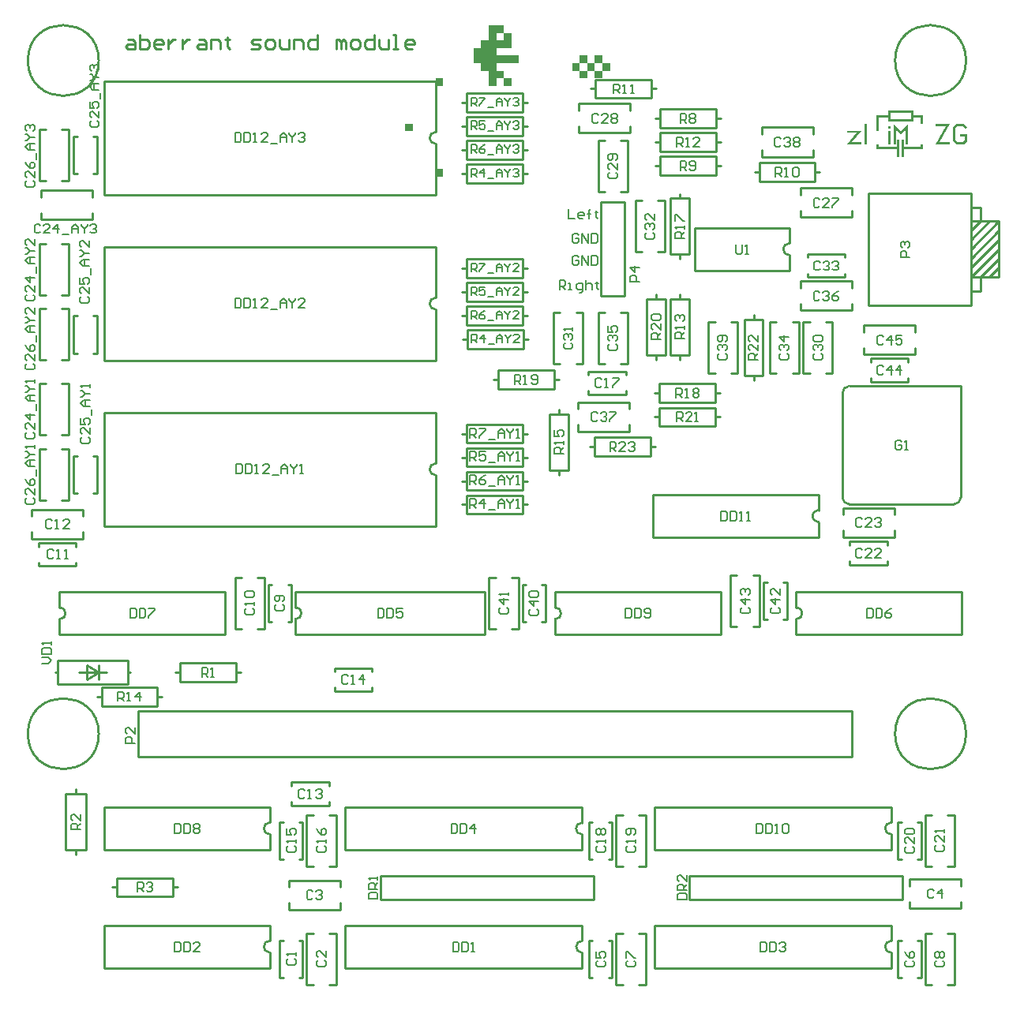
<source format=gto>
G04*
G04 #@! TF.GenerationSoftware,Altium Limited,Altium Designer,19.1.8 (144)*
G04*
G04 Layer_Color=65535*
%FSLAX24Y24*%
%MOIN*%
G70*
G01*
G75*
%ADD10C,0.0100*%
%ADD11C,0.0079*%
G36*
X4450Y47573D02*
Y47493D01*
Y47413D01*
Y47333D01*
X4770D01*
Y47253D01*
Y47173D01*
Y47093D01*
Y47013D01*
X4450D01*
Y47093D01*
Y47173D01*
Y47253D01*
Y47333D01*
X4130D01*
Y47413D01*
Y47493D01*
Y47573D01*
Y47653D01*
X4450D01*
Y47573D01*
D02*
G37*
G36*
X3810D02*
Y47493D01*
Y47413D01*
Y47333D01*
X4130D01*
Y47253D01*
Y47173D01*
Y47093D01*
Y47013D01*
X4450D01*
Y46933D01*
Y46853D01*
Y46773D01*
Y46693D01*
X4130D01*
Y46773D01*
Y46853D01*
Y46933D01*
Y47013D01*
X3810D01*
Y47093D01*
Y47173D01*
Y47253D01*
Y47333D01*
X3490D01*
Y47413D01*
Y47493D01*
Y47573D01*
Y47653D01*
X3810D01*
Y47573D01*
D02*
G37*
G36*
X3490Y47253D02*
Y47173D01*
Y47093D01*
Y47013D01*
X3810D01*
Y46933D01*
Y46853D01*
Y46773D01*
Y46693D01*
X3490D01*
Y46773D01*
Y46853D01*
Y46933D01*
Y47013D01*
X3170D01*
Y47093D01*
Y47173D01*
Y47253D01*
Y47333D01*
X3490D01*
Y47253D01*
D02*
G37*
G36*
X290Y48853D02*
Y48773D01*
Y48693D01*
Y48613D01*
X610D01*
Y48533D01*
Y48453D01*
Y48373D01*
Y48293D01*
Y48213D01*
Y48133D01*
Y48053D01*
Y47973D01*
X-30D01*
Y47893D01*
Y47813D01*
Y47733D01*
Y47653D01*
X930D01*
Y47573D01*
Y47493D01*
Y47413D01*
Y47333D01*
X-30D01*
Y47253D01*
Y47173D01*
Y47093D01*
Y47013D01*
X290D01*
Y46933D01*
Y46853D01*
Y46773D01*
Y46693D01*
X610D01*
Y46613D01*
Y46533D01*
Y46453D01*
Y46373D01*
X290D01*
Y46453D01*
Y46533D01*
Y46613D01*
Y46693D01*
X-30D01*
Y46613D01*
Y46533D01*
Y46453D01*
Y46373D01*
X-350D01*
Y46453D01*
Y46533D01*
Y46613D01*
Y46693D01*
Y46773D01*
Y46853D01*
Y46933D01*
Y47013D01*
X-670D01*
Y47093D01*
Y47173D01*
Y47253D01*
Y47333D01*
X-990D01*
Y47413D01*
Y47493D01*
Y47573D01*
Y47653D01*
Y47733D01*
Y47813D01*
Y47893D01*
Y47973D01*
X-670D01*
Y48053D01*
Y48133D01*
Y48213D01*
Y48293D01*
X-350D01*
Y48373D01*
Y48453D01*
Y48533D01*
Y48613D01*
Y48693D01*
Y48773D01*
Y48853D01*
Y48933D01*
X290D01*
Y48853D01*
D02*
G37*
G36*
X-2270Y46613D02*
Y46533D01*
Y46453D01*
Y46373D01*
X-2590D01*
Y46453D01*
Y46533D01*
Y46613D01*
Y46693D01*
X-2270D01*
Y46613D01*
D02*
G37*
G36*
X17589Y45315D02*
X17589Y45093D01*
X17589Y45143D01*
X17982D01*
Y44771D01*
X17884D01*
Y45044D01*
X17589D01*
X17589Y44872D01*
X16506D01*
X16506Y45315D01*
X17589Y45315D01*
D02*
G37*
G36*
X16604Y44675D02*
X16604Y44577D01*
X16506D01*
X16506Y44675D01*
X16604Y44675D01*
D02*
G37*
G36*
X19852Y44626D02*
X19783Y44556D01*
X19664Y44675D01*
X19450Y44675D01*
X19360Y44585D01*
X19360Y44076D01*
X19450Y43986D01*
X19664Y43986D01*
X19754Y44076D01*
X19754Y44232D01*
X19557Y44232D01*
Y44331D01*
X19852D01*
Y44035D01*
X19705Y43888D01*
X19409Y43888D01*
X19262Y44035D01*
Y44626D01*
X19409Y44774D01*
X19705D01*
X19852Y44626D01*
D02*
G37*
G36*
X16506Y45044D02*
X16112Y45044D01*
X16112Y44474D01*
X16014Y44474D01*
Y45143D01*
X16506D01*
X16506Y45044D01*
D02*
G37*
G36*
X17343Y43888D02*
X17244Y43888D01*
X17244Y44532D01*
X17047Y44331D01*
X16850Y44532D01*
X16850Y43888D01*
X16752Y43888D01*
X16752Y44774D01*
X17047Y44472D01*
X17343Y44774D01*
Y43888D01*
D02*
G37*
G36*
X-3550Y44693D02*
Y44613D01*
Y44533D01*
Y44453D01*
X-3870D01*
Y44533D01*
Y44613D01*
Y44693D01*
Y44773D01*
X-3550D01*
Y44693D01*
D02*
G37*
G36*
X16604Y43888D02*
X16506D01*
X16506Y44478D01*
X16604D01*
Y43888D01*
D02*
G37*
G36*
X15620Y44774D02*
X15620Y43888D01*
X15522Y43888D01*
X15522Y44774D01*
X15620Y44774D01*
D02*
G37*
G36*
X14986Y43986D02*
X15374D01*
Y43888D01*
X14783D01*
X15171Y44380D01*
X14783Y44380D01*
X14783Y44478D01*
X15374D01*
X14986Y43986D01*
D02*
G37*
G36*
X19114Y44774D02*
X18689Y43986D01*
X19114Y43986D01*
X19114Y43888D01*
X18524Y43888D01*
X18949Y44675D01*
X18524Y44675D01*
Y44774D01*
X19114Y44774D01*
D02*
G37*
G36*
X16998Y43371D02*
X16900Y43371D01*
Y43691D01*
X16014Y43691D01*
X16014Y43892D01*
X16112Y43892D01*
Y43789D01*
X16900D01*
Y44109D01*
X16998Y44109D01*
X16998Y43371D01*
D02*
G37*
G36*
X17195Y43789D02*
X17884D01*
X17884Y43891D01*
X17982Y43891D01*
Y43691D01*
X17195D01*
Y43371D01*
X17096Y43371D01*
X17096Y44109D01*
X17195Y44109D01*
Y43789D01*
D02*
G37*
G36*
X-2270Y42773D02*
Y42693D01*
Y42613D01*
Y42533D01*
X-2590D01*
Y42613D01*
Y42693D01*
Y42773D01*
Y42853D01*
X-2270D01*
Y42773D01*
D02*
G37*
%LPC*%
G36*
X290Y48613D02*
X-30D01*
Y48533D01*
Y48453D01*
Y48373D01*
Y48293D01*
X290D01*
Y48373D01*
Y48453D01*
Y48533D01*
Y48613D01*
D02*
G37*
G36*
X17490Y45217D02*
X16604D01*
X16604Y44970D01*
X17490Y44970D01*
X17490Y45217D01*
D02*
G37*
%LPD*%
D10*
X14887Y33691D02*
G03*
X14587Y33391I0J-300D01*
G01*
Y28991D02*
G03*
X14887Y28691I300J0D01*
G01*
X19287D02*
G03*
X19587Y28991I0J300D01*
G01*
X19803Y47441D02*
G03*
X19803Y47441I-1496J0D01*
G01*
Y19000D02*
G03*
X19803Y19000I-1496J0D01*
G01*
X-16811D02*
G03*
X-16811Y19000I-1496J0D01*
G01*
Y47441D02*
G03*
X-16811Y47441I-1496J0D01*
G01*
X-2588Y44422D02*
G03*
X-2588Y43922I0J-250D01*
G01*
Y37422D02*
G03*
X-2588Y36922I0J-250D01*
G01*
X-2588Y30422D02*
G03*
X-2588Y29922I0J-250D01*
G01*
X12636Y23841D02*
G03*
X12636Y24341I0J250D01*
G01*
X2456Y23841D02*
G03*
X2456Y24341I0J250D01*
G01*
X-18465Y23841D02*
G03*
X-18465Y24341I0J250D01*
G01*
X13571Y28445D02*
G03*
X13571Y27945I0J-250D01*
G01*
X12341Y39718D02*
G03*
X12341Y39218I0J-250D01*
G01*
X-8504Y23841D02*
G03*
X-8504Y24341I0J250D01*
G01*
X-9589Y10256D02*
G03*
X-9589Y9756I0J-250D01*
G01*
X3596Y10250D02*
G03*
X3596Y9750I0J-250D01*
G01*
X16640Y10250D02*
G03*
X16640Y9750I0J-250D01*
G01*
X3591Y15246D02*
G03*
X3591Y14746I0J-250D01*
G01*
X16640Y15250D02*
G03*
X16640Y14750I0J-250D01*
G01*
X-9589Y15250D02*
G03*
X-9589Y14750I0J-250D01*
G01*
X14887Y28691D02*
X19287D01*
X14887Y33691D02*
X19587D01*
X14587Y28991D02*
Y33391D01*
X19587Y28991D02*
Y33691D01*
X20404Y37697D02*
Y38287D01*
Y40650D02*
Y41240D01*
X20010Y40650D02*
X21191D01*
Y38287D02*
Y40650D01*
X20010Y38287D02*
X21191D01*
X15679Y37106D02*
X20010D01*
X15679D02*
Y41831D01*
X20010Y41240D02*
X20404D01*
X20010Y37697D02*
X20404D01*
X20010Y37106D02*
Y41831D01*
X15679D02*
X20010D01*
X21191Y38681D02*
X21191D01*
X20797Y38287D02*
X21191Y38681D01*
X20404Y38287D02*
X21191Y39075D01*
X20010Y38287D02*
X21191Y39469D01*
Y39862D02*
Y39862D01*
X20010Y38681D02*
X21191Y39862D01*
Y40256D02*
Y40256D01*
X20010Y39075D02*
X21191Y40256D01*
X20010Y39469D02*
X21191Y40650D01*
X20010Y39862D02*
X20797Y40650D01*
X20404D02*
X20404D01*
X20010Y40256D02*
X20404Y40650D01*
X-8789Y11565D02*
X-6624D01*
X-8789Y12805D02*
X-6624D01*
Y11565D02*
Y11850D01*
Y12520D02*
Y12805D01*
X-8789Y11565D02*
Y11850D01*
Y12520D02*
Y12805D01*
X-335Y23435D02*
Y25600D01*
X906Y23435D02*
Y25600D01*
X-335Y23435D02*
X-49D01*
X620D02*
X906D01*
X-335Y25600D02*
X-49D01*
X620D02*
X906D01*
X1073Y23730D02*
Y25305D01*
X2057Y23730D02*
Y25305D01*
X1073Y23730D02*
X1230D01*
X1900D02*
X2057D01*
X1073Y25305D02*
X1230D01*
X1900D02*
X2057D01*
X12923Y34232D02*
Y36398D01*
X14163Y34232D02*
Y36398D01*
X12923Y34232D02*
X13209D01*
X13878D02*
X14163D01*
X12923Y36398D02*
X13209D01*
X13878D02*
X14163D01*
X7087Y39350D02*
Y41516D01*
X5846Y39350D02*
Y41516D01*
X6801D02*
X7087D01*
X5846D02*
X6132D01*
X6801Y39350D02*
X7087D01*
X5846D02*
X6132D01*
X2382Y34627D02*
Y36793D01*
X3622Y34627D02*
Y36793D01*
X2382Y34627D02*
X2667D01*
X3337D02*
X3622D01*
X2382Y36793D02*
X2667D01*
X3337D02*
X3622D01*
X4272Y41890D02*
Y44055D01*
X5512Y41890D02*
Y44055D01*
X4272Y41890D02*
X4557D01*
X5226D02*
X5512D01*
X4272Y44055D02*
X4557D01*
X5226D02*
X5512D01*
X17421Y11624D02*
X19587D01*
X17421Y12864D02*
X19587D01*
Y11624D02*
Y11909D01*
Y12579D02*
Y12864D01*
X17421Y11624D02*
Y11909D01*
Y12579D02*
Y12864D01*
X-17785Y13898D02*
Y14094D01*
Y16457D02*
X-17785Y16654D01*
X-18218Y14094D02*
X-17352Y14094D01*
X-17352Y16457D01*
X-18218D02*
X-17352D01*
X-18218Y14094D02*
Y16457D01*
X14991Y18030D02*
Y19970D01*
X-15149D02*
X14991D01*
X-15149Y18030D02*
X14991D01*
X-15149D02*
Y19970D01*
X-17648Y21594D02*
X-16467D01*
X-16811Y21299D02*
Y21890D01*
X-17303D02*
X-16811Y21594D01*
X-17303Y21299D02*
X-16811Y21594D01*
X-17303Y21299D02*
Y21890D01*
X-15581Y21594D02*
X-15482D01*
X-18632D02*
X-18533D01*
Y21102D02*
Y22087D01*
X-15581D01*
Y21102D02*
Y22087D01*
X-18533Y21102D02*
X-15581D01*
X4400Y37494D02*
X5384D01*
X4400D02*
Y41454D01*
X5384D01*
Y37494D02*
Y41454D01*
X15492Y35974D02*
Y36260D01*
Y35020D02*
Y35305D01*
X17657Y35974D02*
Y36260D01*
Y35020D02*
Y35305D01*
X15492Y36260D02*
X17657D01*
X15492Y35020D02*
X17657D01*
X15787Y34695D02*
Y34852D01*
Y33868D02*
Y34026D01*
X17362Y34695D02*
Y34852D01*
Y33868D02*
Y34026D01*
X15787Y34852D02*
X17362D01*
X15787Y33868D02*
X17362D01*
X-19262Y41959D02*
X-19262Y41673D01*
X-19262Y41004D02*
X-19262Y40719D01*
X-17096Y41673D02*
Y41959D01*
Y40719D02*
Y41004D01*
X-19262Y41959D02*
X-17096D01*
X-19262Y40719D02*
X-17096D01*
X-19321Y42352D02*
X-19035D01*
X-18366Y42352D02*
X-18081Y42352D01*
X-19321Y44518D02*
X-19035D01*
X-18366D02*
X-18081D01*
X-19321Y42352D02*
Y44518D01*
X-18081Y42352D02*
Y44518D01*
X-17864Y42648D02*
X-17707D01*
X-17037D02*
X-16880Y42648D01*
X-17864Y44222D02*
X-17707Y44222D01*
X-17037D02*
X-16880D01*
X-17864Y44222D02*
X-17864Y42648D01*
X-16880Y44222D02*
X-16880Y42648D01*
X-19321Y37530D02*
X-19035Y37530D01*
X-18366Y37530D02*
X-18081Y37530D01*
X-19321Y39695D02*
X-19035D01*
X-18366D02*
X-18081D01*
X-19321Y37530D02*
Y39695D01*
X-18081Y37530D02*
Y39695D01*
X-19321Y34783D02*
X-19035D01*
X-18366Y34783D02*
X-18081Y34783D01*
X-19321Y36949D02*
X-19035D01*
X-18366D02*
X-18081D01*
X-19321Y34783D02*
Y36949D01*
X-18081Y34783D02*
Y36949D01*
X-17864Y35079D02*
X-17707D01*
X-17037D02*
X-16880Y35079D01*
X-17864Y36654D02*
X-17707Y36654D01*
X-17037D02*
X-16880D01*
X-17864Y36654D02*
X-17864Y35079D01*
X-16880Y36654D02*
X-16880Y35079D01*
X-19321Y31624D02*
X-19035Y31624D01*
X-18366Y31624D02*
X-18081Y31624D01*
X-19321Y33789D02*
X-19035D01*
X-18366D02*
X-18081D01*
X-19321Y31624D02*
Y33789D01*
X-18081Y31624D02*
Y33789D01*
X-17864Y29163D02*
X-17707D01*
X-17037D02*
X-16880Y29163D01*
X-17864Y30738D02*
X-17707Y30738D01*
X-17037D02*
X-16880D01*
X-17864Y30738D02*
X-17864Y29163D01*
X-16880Y30738D02*
X-16880Y29163D01*
X-19321Y28868D02*
X-19035D01*
X-18366Y28868D02*
X-18081Y28868D01*
X-19321Y31033D02*
X-19035D01*
X-18366D02*
X-18081D01*
X-19321Y28868D02*
Y31033D01*
X-18081Y28868D02*
Y31033D01*
X5630Y44380D02*
Y44665D01*
Y45335D02*
Y45620D01*
X3465Y44380D02*
Y44665D01*
Y45335D02*
Y45620D01*
Y44380D02*
X5630D01*
X3465Y45620D02*
X5630D01*
X14606Y28258D02*
Y28543D01*
Y27303D02*
Y27589D01*
X16772Y28258D02*
Y28543D01*
Y27303D02*
Y27589D01*
X14606Y28543D02*
X16772D01*
X14606Y27303D02*
X16772D01*
X14902Y26969D02*
Y27126D01*
Y26142D02*
Y26299D01*
X16476Y26969D02*
Y27126D01*
Y26142D02*
Y26299D01*
X14902Y27126D02*
X16476D01*
X14902Y26142D02*
X16476D01*
X11171Y44331D02*
Y44616D01*
Y43376D02*
Y43661D01*
X13337Y44331D02*
Y44616D01*
Y43376D02*
Y43661D01*
X11171Y44616D02*
X13337D01*
X11171Y43376D02*
X13337D01*
X8917Y34232D02*
X9203D01*
X9872D02*
X10157D01*
X8917Y36398D02*
X9203D01*
X9872D02*
X10157D01*
X8917Y34232D02*
Y36398D01*
X10157Y34232D02*
Y36398D01*
X3868Y34154D02*
Y34311D01*
Y33327D02*
Y33484D01*
X5443Y34154D02*
Y34311D01*
Y33327D02*
Y33484D01*
X3868Y34311D02*
X5443D01*
X3868Y33327D02*
X5443D01*
X5591Y31762D02*
Y32047D01*
Y32717D02*
Y33002D01*
X3425Y31762D02*
Y32047D01*
Y32717D02*
Y33002D01*
Y31762D02*
X5591D01*
X3425Y33002D02*
X5591D01*
X-5266Y20791D02*
Y20949D01*
Y21618D02*
Y21776D01*
X-6841Y20791D02*
Y20949D01*
Y21618D02*
Y21776D01*
Y20791D02*
X-5266D01*
X-6841Y21776D02*
X-5266D01*
X4272Y34627D02*
X4557D01*
X5226D02*
X5512D01*
X4272Y36793D02*
X4557D01*
X5226D02*
X5512D01*
X4272Y34627D02*
Y36793D01*
X5512Y34627D02*
Y36793D01*
X-10108Y25600D02*
X-9823D01*
X-11063D02*
X-10778D01*
X-10108Y23435D02*
X-9823D01*
X-11063D02*
X-10778D01*
X-9823D02*
Y25600D01*
X-11063Y23435D02*
Y25600D01*
X-8829Y25305D02*
X-8671D01*
X-9656D02*
X-9498D01*
X-8829Y23730D02*
X-8671D01*
X-9656D02*
X-9498D01*
X-8671D02*
Y25305D01*
X-9656Y23730D02*
Y25305D01*
X-17480Y27234D02*
Y27520D01*
Y28189D02*
Y28474D01*
X-19646Y27234D02*
Y27520D01*
Y28189D02*
Y28474D01*
Y27234D02*
X-17480D01*
X-19646Y28474D02*
X-17480D01*
X-17776Y26083D02*
Y26240D01*
Y26909D02*
Y27067D01*
X-19350Y26083D02*
Y26240D01*
Y26909D02*
Y27067D01*
Y26083D02*
X-17776D01*
X-19350Y27067D02*
X-17776D01*
X10803Y25684D02*
X11088D01*
X9848D02*
X10134D01*
X10803Y23519D02*
X11088D01*
X9848D02*
X10134D01*
X11088D02*
Y25684D01*
X9848Y23519D02*
Y25684D01*
X12083Y25389D02*
X12240D01*
X11256D02*
X11413D01*
X12083Y23814D02*
X12240D01*
X11256D02*
X11413D01*
X12240D02*
Y25389D01*
X11256Y23814D02*
Y25389D01*
X-8671Y16801D02*
X-8671Y16959D01*
X-8671Y15974D02*
X-8671Y16132D01*
X-7096Y16801D02*
X-7096Y16959D01*
X-7096Y16132D02*
X-7096Y15974D01*
X-8671Y16959D02*
X-7096Y16959D01*
X-8671Y15974D02*
X-7096Y15974D01*
X-8031Y13406D02*
X-7746D01*
X-7077D02*
X-6791D01*
X-8031Y15571D02*
X-7746D01*
X-7077D02*
X-6791D01*
X-8031Y13406D02*
Y15571D01*
X-6791Y13406D02*
Y15571D01*
X-9183Y13701D02*
X-9026D01*
X-8356D02*
X-8199D01*
X-9183Y15276D02*
X-9026D01*
X-8356D02*
X-8199D01*
X-9183Y13701D02*
Y15276D01*
X-8199Y13701D02*
Y15276D01*
X-8031Y8406D02*
X-7746D01*
X-7077D02*
X-6791D01*
X-8031Y10571D02*
X-7746D01*
X-7077D02*
X-6791D01*
X-8031Y8406D02*
Y10571D01*
X-6791Y8406D02*
Y10571D01*
X-9183Y8701D02*
X-9026D01*
X-8356D02*
X-8199D01*
X-9183Y10276D02*
X-9026D01*
X-8356D02*
X-8199D01*
X-9183Y8701D02*
Y10276D01*
X-8199Y8701D02*
Y10276D01*
X5030Y13405D02*
X5315D01*
X5984D02*
X6270D01*
X5030Y15571D02*
X5315D01*
X5984D02*
X6270D01*
X5030Y13405D02*
Y15571D01*
X6270Y13405D02*
Y15571D01*
X3878Y13701D02*
X4035D01*
X4705D02*
X4862D01*
X3878Y15276D02*
X4035D01*
X4705D02*
X4862D01*
X3878Y13701D02*
Y15276D01*
X4862Y13701D02*
Y15276D01*
X5030Y8396D02*
X5315D01*
X5984D02*
X6270D01*
X5030Y10561D02*
X5315D01*
X5984D02*
X6270D01*
X5030Y8396D02*
Y10561D01*
X6270Y8396D02*
Y10561D01*
X3878Y8691D02*
X4035D01*
X4705D02*
X4862D01*
X3878Y10266D02*
X4035D01*
X4705D02*
X4862D01*
X3878Y8691D02*
Y10266D01*
X4862Y8691D02*
Y10266D01*
X18071Y13405D02*
X18356D01*
X19026D02*
X19311D01*
X18071Y15571D02*
X18356D01*
X19026D02*
X19311D01*
X18071Y13405D02*
Y15571D01*
X19311Y13405D02*
Y15571D01*
X16919Y13701D02*
X17077D01*
X17746D02*
X17904D01*
X16919Y15276D02*
X17077D01*
X17746D02*
X17904D01*
X16919Y13701D02*
Y15276D01*
X17904Y13701D02*
Y15276D01*
X18071Y8396D02*
X18356D01*
X19026D02*
X19311D01*
X18071Y10561D02*
X18356D01*
X19026D02*
X19311D01*
X18071Y8396D02*
Y10561D01*
X19311Y8396D02*
Y10561D01*
X16919Y8691D02*
X17077D01*
X17746D02*
X17904D01*
X16919Y10266D02*
X17077D01*
X17746D02*
X17904D01*
X16919Y8691D02*
Y10266D01*
X17904Y8691D02*
Y10266D01*
X12470Y36398D02*
X12756D01*
X11516D02*
X11801D01*
X12470Y34232D02*
X12756D01*
X11516D02*
X11801D01*
X12756D02*
Y36398D01*
X11516Y34232D02*
Y36398D01*
X13116Y39114D02*
Y39272D01*
Y38287D02*
Y38445D01*
X14691Y39114D02*
Y39272D01*
Y38287D02*
Y38445D01*
X13116Y39272D02*
X14691D01*
X13116Y38287D02*
X14691D01*
X14982Y36880D02*
Y37165D01*
Y37835D02*
Y38120D01*
X12816Y36880D02*
Y37165D01*
Y37835D02*
Y38120D01*
Y36880D02*
X14982D01*
X12816Y38120D02*
X14982D01*
X14982Y40817D02*
Y41102D01*
Y41772D02*
Y42057D01*
X12816Y40817D02*
Y41102D01*
Y41772D02*
Y42057D01*
Y40817D02*
X14982D01*
X12816Y42057D02*
X14982D01*
X-16693Y20965D02*
X-14331Y20965D01*
X-14331Y20177D02*
X-14331Y20965D01*
X-16693Y20177D02*
X-14331D01*
X-16693Y20965D02*
X-16693Y20177D01*
X-14331Y20571D02*
X-14134Y20571D01*
X-16890Y20571D02*
X-16693D01*
X10443Y34134D02*
Y36496D01*
X11230D01*
Y34134D02*
Y36496D01*
X10443Y34134D02*
X11230Y34134D01*
X10837Y36496D02*
Y36693D01*
Y33937D02*
Y34134D01*
X11073Y43120D02*
X13435D01*
Y42333D02*
Y43120D01*
X11073Y42333D02*
X13435D01*
X11073D02*
Y43120D01*
X13435Y42726D02*
X13632D01*
X10876D02*
X11073D01*
X8134Y12000D02*
X17134D01*
Y13000D01*
X8134D02*
X17134D01*
X8134Y12000D02*
Y13000D01*
X-4907Y12000D02*
X4093D01*
Y13000D01*
X-4907D02*
X4093D01*
X-4907Y12000D02*
Y13000D01*
X2618Y29941D02*
Y30138D01*
Y32500D02*
X2618Y32697D01*
X2224Y30138D02*
X3012Y30138D01*
X3012Y32500D01*
X2224D02*
X3012D01*
X2224Y30138D02*
Y32500D01*
X7726Y37372D02*
Y37569D01*
Y34813D02*
Y35010D01*
X7333Y37372D02*
X8120Y37372D01*
X7333Y35010D02*
X7333Y37372D01*
X7333Y35010D02*
X8120D01*
Y37372D01*
X-16588Y46572D02*
X-2588Y46572D01*
X-16588Y41772D02*
X-16588Y46572D01*
X-16588Y41772D02*
X-2588Y41772D01*
X-2588Y43922D02*
X-2588Y41772D01*
X-2588Y44422D02*
Y46572D01*
X-16588Y39572D02*
X-2588Y39572D01*
X-16588Y34772D02*
Y39572D01*
Y34772D02*
X-2588Y34772D01*
X-2588Y36922D01*
X-2588Y37422D02*
X-2588Y39572D01*
X-16588Y32572D02*
X-2588Y32572D01*
X-16588Y27772D02*
X-16588Y32572D01*
X-16588Y27772D02*
X-2588Y27772D01*
X-2588Y29922D02*
X-2588Y27772D01*
X-2588Y30422D02*
X-2588Y32572D01*
X7726Y41614D02*
Y41811D01*
Y39055D02*
Y39252D01*
X7333Y41614D02*
X8120Y41614D01*
X7333Y39252D02*
X7333Y41614D01*
X7333Y39252D02*
X8120D01*
Y41614D01*
X6722Y37372D02*
Y37569D01*
Y34813D02*
Y35010D01*
X6329Y37372D02*
X7116Y37372D01*
X6329Y35010D02*
X6329Y37372D01*
X6329Y35010D02*
X7116D01*
Y37372D01*
X-148Y33967D02*
X49D01*
X2411D02*
X2608D01*
X49Y33573D02*
Y34360D01*
Y33573D02*
X2411D01*
Y34360D01*
X49D02*
X2411D01*
X6663Y33386D02*
X6860D01*
X9222D02*
X9419D01*
X6860Y32992D02*
Y33780D01*
Y32992D02*
X9222D01*
Y33780D01*
X6860D02*
X9222D01*
X12636Y23191D02*
X19636D01*
Y24991D01*
X12636D02*
X19636D01*
X12636Y24341D02*
Y24991D01*
Y23191D02*
Y23841D01*
X6476Y31122D02*
X6673D01*
X3917D02*
X4114D01*
X6476Y31516D02*
X6476Y30728D01*
X4114Y31516D02*
X6476Y31516D01*
X4114Y30728D02*
Y31516D01*
Y30728D02*
X6476D01*
X6663Y32382D02*
X6860D01*
X9222D02*
X9419D01*
X6860Y31988D02*
Y32776D01*
Y31988D02*
X9222D01*
Y32776D01*
X6860D02*
X9222D01*
X6693Y43996D02*
X6890D01*
X9252D02*
X9449D01*
X6890Y43602D02*
Y44390D01*
Y43602D02*
X9252D01*
Y44390D01*
X6890D02*
X9252D01*
X6526Y46250D02*
X6722D01*
X3967D02*
X4163D01*
X6526Y46644D02*
X6526Y45856D01*
X4163Y46644D02*
X6526Y46644D01*
X4163Y45856D02*
Y46644D01*
Y45856D02*
X6526D01*
X6693Y42992D02*
X6890D01*
X9252D02*
X9449D01*
X6890Y42598D02*
Y43386D01*
Y42598D02*
X9252D01*
Y43386D01*
X6890D02*
X9252D01*
X6693Y45000D02*
X6890D01*
X9252D02*
X9449D01*
X6890Y44606D02*
Y45394D01*
Y44606D02*
X9252D01*
Y45394D01*
X6890D02*
X9252D01*
X-1465Y45667D02*
X-1268Y45667D01*
X1094Y45667D02*
X1291Y45667D01*
X-1268Y45274D02*
Y46061D01*
Y45274D02*
X1094D01*
X1094Y46061D01*
X-1268Y46061D02*
X1094Y46061D01*
X-1465Y38661D02*
X-1268Y38661D01*
X1094Y38661D02*
X1291Y38661D01*
X-1268Y39055D02*
X-1268Y38268D01*
X1094D01*
X1094Y39055D01*
X-1268D02*
X1094D01*
X-1465Y31675D02*
X-1268Y31675D01*
X1094D02*
X1291Y31675D01*
X-1268Y31281D02*
X-1268Y32069D01*
X-1268Y31281D02*
X1094D01*
Y32069D01*
X-1268Y32069D02*
X1094Y32069D01*
X-1465Y43671D02*
X-1268Y43671D01*
X1094D02*
X1291Y43671D01*
X-1268Y43278D02*
X-1268Y44065D01*
X-1268Y43278D02*
X1094Y43278D01*
X1094Y44065D01*
X-1268Y44065D02*
X1094Y44065D01*
X-1465Y36665D02*
X-1268Y36665D01*
X1094D02*
X1291D01*
X-1268Y37059D02*
X-1268Y36272D01*
X1094Y36272D01*
Y37059D01*
X-1268D02*
X1094D01*
X-1465Y29679D02*
X-1268Y29679D01*
X1094Y29679D02*
X1291Y29679D01*
X-1268Y30073D02*
X-1268Y29285D01*
X1094D01*
X1094Y30073D02*
X1094Y29285D01*
X-1268Y30073D02*
X1094D01*
X-1465Y44671D02*
X-1268D01*
X1094Y44671D02*
X1291Y44671D01*
X-1268Y45065D02*
X-1268Y44278D01*
X1094D01*
X1094Y45065D02*
X1094Y44278D01*
X-1268Y45065D02*
X1094D01*
X-1465Y37665D02*
X-1268D01*
X1094Y37665D02*
X1291Y37665D01*
X-1268Y37272D02*
X-1268Y38059D01*
X-1268Y37272D02*
X1094Y37272D01*
X1094Y38059D01*
X-1268D02*
X1094D01*
X-1465Y30679D02*
X-1268D01*
X1094Y30679D02*
X1291Y30679D01*
X-1268Y31073D02*
X-1268Y30285D01*
X1094D01*
Y31073D01*
X-1268D02*
X1094D01*
X-1465Y42667D02*
X-1268D01*
X1094Y42667D02*
X1291Y42667D01*
X-1268Y43061D02*
X-1268Y42274D01*
X1094Y42274D01*
X1094Y43061D01*
X-1268Y43061D02*
X1094Y43061D01*
X-1445Y35669D02*
X-1248Y35669D01*
X1114D02*
X1311D01*
X-1248Y36063D02*
X-1248Y35276D01*
X1114Y35276D01*
X1114Y36063D01*
X-1248Y36063D02*
X1114Y36063D01*
X-1465Y28681D02*
X-1268Y28681D01*
X1094Y28681D02*
X1291Y28681D01*
X-1268Y29075D02*
X-1268Y28287D01*
X1094D01*
X1094Y29075D01*
X-1268Y29075D02*
X1094Y29075D01*
X-13681Y12520D02*
X-13484D01*
X-16240D02*
X-16043D01*
X-13681Y12913D02*
X-13681Y12126D01*
X-16043Y12913D02*
X-13681Y12913D01*
X-16043Y12126D02*
Y12913D01*
Y12126D02*
X-13681D01*
X-13573Y21594D02*
X-13376D01*
X-11014D02*
X-10817D01*
X-13376Y21988D02*
X-13376Y21201D01*
X-11014Y21201D01*
Y21988D01*
X-13376D02*
X-11014D01*
X2456Y23191D02*
Y23841D01*
Y24341D02*
Y24991D01*
X9456D01*
Y23191D02*
Y24991D01*
X2456Y23191D02*
X9456D01*
X-18465D02*
Y23841D01*
Y24341D02*
Y24991D01*
X-11465D01*
Y23191D02*
Y24991D01*
X-18465Y23191D02*
X-11465D01*
X13571Y29095D02*
X13571Y28445D01*
X13571Y27945D02*
X13571Y27295D01*
X6571Y27295D02*
X13571Y27295D01*
X6571Y29095D02*
X6571Y27295D01*
X6571Y29095D02*
X13571Y29095D01*
X12341Y40368D02*
X12341Y39718D01*
X12341Y39218D02*
X12341Y38568D01*
X8341Y38568D02*
X12341Y38568D01*
X8341Y40368D02*
X8341Y38568D01*
X8341Y40368D02*
X12341Y40368D01*
X-8504Y23191D02*
X-504D01*
Y24991D01*
X-8504D02*
X-504D01*
X-8504Y24341D02*
Y24991D01*
Y23191D02*
Y23841D01*
X-9589Y10256D02*
Y10906D01*
Y9106D02*
Y9756D01*
X-16589Y9106D02*
X-9589D01*
X-16589D02*
Y10906D01*
X-9589D01*
X-6404Y10900D02*
X3596D01*
X-6404Y9100D02*
Y10900D01*
Y9100D02*
X3596D01*
Y9750D01*
Y10250D02*
Y10900D01*
X6640D02*
X16640D01*
X6640Y9100D02*
Y10900D01*
Y9100D02*
X16640D01*
Y9750D01*
Y10250D02*
Y10900D01*
X-6409Y15896D02*
X3591D01*
X-6409Y14096D02*
Y15896D01*
Y14096D02*
X3591D01*
Y14746D01*
Y15246D02*
Y15896D01*
X6640Y15900D02*
X16640D01*
X6640Y14100D02*
Y15900D01*
Y14100D02*
X16640D01*
Y14750D01*
Y15250D02*
Y15900D01*
X-9589Y15900D02*
X-9589Y15250D01*
X-9589Y14750D02*
X-9589Y14100D01*
X-16589Y14100D02*
X-9589Y14100D01*
X-16589Y15900D02*
X-16589Y14100D01*
X-16589Y15900D02*
X-9589Y15900D01*
X-15579Y48323D02*
X-15379D01*
X-15279Y48223D01*
Y47923D01*
X-15579D01*
X-15679Y48023D01*
X-15579Y48123D01*
X-15279D01*
X-15079Y48523D02*
Y47923D01*
X-14779D01*
X-14679Y48023D01*
Y48123D01*
Y48223D01*
X-14779Y48323D01*
X-15079D01*
X-14180Y47923D02*
X-14380D01*
X-14480Y48023D01*
Y48223D01*
X-14380Y48323D01*
X-14180D01*
X-14080Y48223D01*
Y48123D01*
X-14480D01*
X-13880Y48323D02*
Y47923D01*
Y48123D01*
X-13780Y48223D01*
X-13680Y48323D01*
X-13580D01*
X-13280D02*
Y47923D01*
Y48123D01*
X-13180Y48223D01*
X-13080Y48323D01*
X-12980D01*
X-12580D02*
X-12380D01*
X-12280Y48223D01*
Y47923D01*
X-12580D01*
X-12680Y48023D01*
X-12580Y48123D01*
X-12280D01*
X-12080Y47923D02*
Y48323D01*
X-11780D01*
X-11680Y48223D01*
Y47923D01*
X-11381Y48423D02*
Y48323D01*
X-11480D01*
X-11281D01*
X-11381D01*
Y48023D01*
X-11281Y47923D01*
X-10381D02*
X-10081D01*
X-9981Y48023D01*
X-10081Y48123D01*
X-10281D01*
X-10381Y48223D01*
X-10281Y48323D01*
X-9981D01*
X-9681Y47923D02*
X-9481D01*
X-9381Y48023D01*
Y48223D01*
X-9481Y48323D01*
X-9681D01*
X-9781Y48223D01*
Y48023D01*
X-9681Y47923D01*
X-9181Y48323D02*
Y48023D01*
X-9081Y47923D01*
X-8781D01*
Y48323D01*
X-8581Y47923D02*
Y48323D01*
X-8282D01*
X-8182Y48223D01*
Y47923D01*
X-7582Y48523D02*
Y47923D01*
X-7882D01*
X-7982Y48023D01*
Y48223D01*
X-7882Y48323D01*
X-7582D01*
X-6782Y47923D02*
Y48323D01*
X-6682D01*
X-6582Y48223D01*
Y47923D01*
Y48223D01*
X-6482Y48323D01*
X-6382Y48223D01*
Y47923D01*
X-6082D02*
X-5882D01*
X-5782Y48023D01*
Y48223D01*
X-5882Y48323D01*
X-6082D01*
X-6182Y48223D01*
Y48023D01*
X-6082Y47923D01*
X-5183Y48523D02*
Y47923D01*
X-5482D01*
X-5582Y48023D01*
Y48223D01*
X-5482Y48323D01*
X-5183D01*
X-4983D02*
Y48023D01*
X-4883Y47923D01*
X-4583D01*
Y48323D01*
X-4383Y47923D02*
X-4183D01*
X-4283D01*
Y48523D01*
X-4383D01*
X-3583Y47923D02*
X-3783D01*
X-3883Y48023D01*
Y48223D01*
X-3783Y48323D01*
X-3583D01*
X-3483Y48223D01*
Y48123D01*
X-3883D01*
D11*
X3461Y39117D02*
X3396Y39183D01*
X3264D01*
X3199Y39117D01*
Y38855D01*
X3264Y38789D01*
X3396D01*
X3461Y38855D01*
Y38986D01*
X3330D01*
X3592Y38789D02*
Y39183D01*
X3855Y38789D01*
Y39183D01*
X3986D02*
Y38789D01*
X4183D01*
X4248Y38855D01*
Y39117D01*
X4183Y39183D01*
X3986D01*
X3022Y41161D02*
Y40768D01*
X3284D01*
X3612D02*
X3481D01*
X3415Y40833D01*
Y40964D01*
X3481Y41030D01*
X3612D01*
X3678Y40964D01*
Y40899D01*
X3415D01*
X3874Y40768D02*
Y41096D01*
Y40964D01*
X3809D01*
X3940D01*
X3874D01*
Y41096D01*
X3940Y41161D01*
X4202Y41096D02*
Y41030D01*
X4137D01*
X4268D01*
X4202D01*
Y40833D01*
X4268Y40768D01*
X3461Y40072D02*
X3396Y40138D01*
X3264D01*
X3199Y40072D01*
Y39810D01*
X3264Y39744D01*
X3396D01*
X3461Y39810D01*
Y39941D01*
X3330D01*
X3592Y39744D02*
Y40138D01*
X3855Y39744D01*
Y40138D01*
X3986D02*
Y39744D01*
X4183D01*
X4248Y39810D01*
Y40072D01*
X4183Y40138D01*
X3986D01*
X2638Y37776D02*
Y38169D01*
X2835D01*
X2900Y38104D01*
Y37972D01*
X2835Y37907D01*
X2638D01*
X2769D02*
X2900Y37776D01*
X3031D02*
X3163D01*
X3097D01*
Y38038D01*
X3031D01*
X3491Y37644D02*
X3556D01*
X3622Y37710D01*
Y38038D01*
X3425D01*
X3359Y37972D01*
Y37841D01*
X3425Y37776D01*
X3622D01*
X3753Y38169D02*
Y37776D01*
Y37972D01*
X3819Y38038D01*
X3950D01*
X4015Y37972D01*
Y37776D01*
X4212Y38104D02*
Y38038D01*
X4146D01*
X4278D01*
X4212D01*
Y37841D01*
X4278Y37776D01*
X-17590Y14950D02*
X-17984D01*
Y15147D01*
X-17918Y15212D01*
X-17787D01*
X-17721Y15147D01*
Y14950D01*
Y15081D02*
X-17590Y15212D01*
Y15606D02*
Y15344D01*
X-17852Y15606D01*
X-17918D01*
X-17984Y15540D01*
Y15409D01*
X-17918Y15344D01*
X16312Y35768D02*
X16247Y35834D01*
X16116D01*
X16050Y35768D01*
Y35506D01*
X16116Y35440D01*
X16247D01*
X16312Y35506D01*
X16640Y35440D02*
Y35834D01*
X16444Y35637D01*
X16706D01*
X17100Y35834D02*
X16837D01*
Y35637D01*
X16968Y35702D01*
X17034D01*
X17100Y35637D01*
Y35506D01*
X17034Y35440D01*
X16903D01*
X16837Y35506D01*
X16312Y34488D02*
X16247Y34554D01*
X16116D01*
X16050Y34488D01*
Y34226D01*
X16116Y34160D01*
X16247D01*
X16312Y34226D01*
X16640Y34160D02*
Y34554D01*
X16444Y34357D01*
X16706D01*
X17034Y34160D02*
Y34554D01*
X16837Y34357D01*
X17100D01*
X10342Y24342D02*
X10276Y24277D01*
Y24146D01*
X10342Y24080D01*
X10604D01*
X10670Y24146D01*
Y24277D01*
X10604Y24342D01*
X10670Y24670D02*
X10276D01*
X10473Y24474D01*
Y24736D01*
X10342Y24867D02*
X10276Y24933D01*
Y25064D01*
X10342Y25130D01*
X10408D01*
X10473Y25064D01*
Y24998D01*
Y25064D01*
X10539Y25130D01*
X10604D01*
X10670Y25064D01*
Y24933D01*
X10604Y24867D01*
X11612Y24342D02*
X11546Y24277D01*
Y24146D01*
X11612Y24080D01*
X11874D01*
X11940Y24146D01*
Y24277D01*
X11874Y24342D01*
X11940Y24670D02*
X11546D01*
X11743Y24474D01*
Y24736D01*
X11940Y25130D02*
Y24867D01*
X11678Y25130D01*
X11612D01*
X11546Y25064D01*
Y24933D01*
X11612Y24867D01*
X152Y24322D02*
X86Y24257D01*
Y24126D01*
X152Y24060D01*
X414D01*
X480Y24126D01*
Y24257D01*
X414Y24322D01*
X480Y24650D02*
X86D01*
X283Y24454D01*
Y24716D01*
X480Y24847D02*
Y24978D01*
Y24913D01*
X86D01*
X152Y24847D01*
X1432Y24252D02*
X1366Y24187D01*
Y24056D01*
X1432Y23990D01*
X1694D01*
X1760Y24056D01*
Y24187D01*
X1694Y24252D01*
X1760Y24580D02*
X1366D01*
X1563Y24384D01*
Y24646D01*
X1432Y24777D02*
X1366Y24843D01*
Y24974D01*
X1432Y25040D01*
X1694D01*
X1760Y24974D01*
Y24843D01*
X1694Y24777D01*
X1432D01*
X-19203Y21978D02*
X-18940D01*
X-18809Y22110D01*
X-18940Y22241D01*
X-19203D01*
Y22372D02*
X-18809D01*
Y22569D01*
X-18875Y22634D01*
X-19137D01*
X-19203Y22569D01*
Y22372D01*
X-18809Y22765D02*
Y22897D01*
Y22831D01*
X-19203D01*
X-19137Y22765D01*
X-16000Y20380D02*
Y20774D01*
X-15803D01*
X-15738Y20708D01*
Y20577D01*
X-15803Y20511D01*
X-16000D01*
X-15869D02*
X-15738Y20380D01*
X-15606D02*
X-15475D01*
X-15541D01*
Y20774D01*
X-15606Y20708D01*
X-15082Y20380D02*
Y20774D01*
X-15278Y20577D01*
X-15016D01*
X4422Y33948D02*
X4357Y34014D01*
X4226D01*
X4160Y33948D01*
Y33686D01*
X4226Y33620D01*
X4357D01*
X4422Y33686D01*
X4554Y33620D02*
X4685D01*
X4619D01*
Y34014D01*
X4554Y33948D01*
X4882Y34014D02*
X5144D01*
Y33948D01*
X4882Y33686D01*
Y33620D01*
X-8118Y16598D02*
X-8183Y16664D01*
X-8314D01*
X-8380Y16598D01*
Y16336D01*
X-8314Y16270D01*
X-8183D01*
X-8118Y16336D01*
X-7986Y16270D02*
X-7855D01*
X-7921D01*
Y16664D01*
X-7986Y16598D01*
X-7658D02*
X-7593Y16664D01*
X-7462D01*
X-7396Y16598D01*
Y16532D01*
X-7462Y16467D01*
X-7527D01*
X-7462D01*
X-7396Y16401D01*
Y16336D01*
X-7462Y16270D01*
X-7593D01*
X-7658Y16336D01*
X-12460Y21400D02*
Y21794D01*
X-12263D01*
X-12198Y21728D01*
Y21597D01*
X-12263Y21531D01*
X-12460D01*
X-12329D02*
X-12198Y21400D01*
X-12066D02*
X-11935D01*
X-12001D01*
Y21794D01*
X-12066Y21728D01*
X-15190Y12320D02*
Y12714D01*
X-14993D01*
X-14928Y12648D01*
Y12517D01*
X-14993Y12451D01*
X-15190D01*
X-15059D02*
X-14928Y12320D01*
X-14796Y12648D02*
X-14731Y12714D01*
X-14600D01*
X-14534Y12648D01*
Y12582D01*
X-14600Y12517D01*
X-14665D01*
X-14600D01*
X-14534Y12451D01*
Y12386D01*
X-14600Y12320D01*
X-14731D01*
X-14796Y12386D01*
X-1070Y35520D02*
Y35874D01*
X-893D01*
X-834Y35815D01*
Y35697D01*
X-893Y35638D01*
X-1070D01*
X-952D02*
X-834Y35520D01*
X-539D02*
Y35874D01*
X-716Y35697D01*
X-480D01*
X-362Y35461D02*
X-125D01*
X-7Y35520D02*
Y35756D01*
X111Y35874D01*
X229Y35756D01*
Y35520D01*
Y35697D01*
X-7D01*
X347Y35874D02*
Y35815D01*
X465Y35697D01*
X583Y35815D01*
Y35874D01*
X465Y35697D02*
Y35520D01*
X937D02*
X701D01*
X937Y35756D01*
Y35815D01*
X878Y35874D01*
X760D01*
X701Y35815D01*
X-1090Y37520D02*
Y37874D01*
X-913D01*
X-854Y37815D01*
Y37697D01*
X-913Y37638D01*
X-1090D01*
X-972D02*
X-854Y37520D01*
X-500Y37874D02*
X-736D01*
Y37697D01*
X-618Y37756D01*
X-559D01*
X-500Y37697D01*
Y37579D01*
X-559Y37520D01*
X-677D01*
X-736Y37579D01*
X-382Y37461D02*
X-145D01*
X-27Y37520D02*
Y37756D01*
X91Y37874D01*
X209Y37756D01*
Y37520D01*
Y37697D01*
X-27D01*
X327Y37874D02*
Y37815D01*
X445Y37697D01*
X563Y37815D01*
Y37874D01*
X445Y37697D02*
Y37520D01*
X917D02*
X681D01*
X917Y37756D01*
Y37815D01*
X858Y37874D01*
X740D01*
X681Y37815D01*
X-1090Y36520D02*
Y36874D01*
X-913D01*
X-854Y36815D01*
Y36697D01*
X-913Y36638D01*
X-1090D01*
X-972D02*
X-854Y36520D01*
X-500Y36874D02*
X-618Y36815D01*
X-736Y36697D01*
Y36579D01*
X-677Y36520D01*
X-559D01*
X-500Y36579D01*
Y36638D01*
X-559Y36697D01*
X-736D01*
X-382Y36461D02*
X-145D01*
X-27Y36520D02*
Y36756D01*
X91Y36874D01*
X209Y36756D01*
Y36520D01*
Y36697D01*
X-27D01*
X327Y36874D02*
Y36815D01*
X445Y36697D01*
X563Y36815D01*
Y36874D01*
X445Y36697D02*
Y36520D01*
X917D02*
X681D01*
X917Y36756D01*
Y36815D01*
X858Y36874D01*
X740D01*
X681Y36815D01*
X-1090Y38520D02*
Y38874D01*
X-913D01*
X-854Y38815D01*
Y38697D01*
X-913Y38638D01*
X-1090D01*
X-972D02*
X-854Y38520D01*
X-736Y38874D02*
X-500D01*
Y38815D01*
X-736Y38579D01*
Y38520D01*
X-382Y38461D02*
X-145D01*
X-27Y38520D02*
Y38756D01*
X91Y38874D01*
X209Y38756D01*
Y38520D01*
Y38697D01*
X-27D01*
X327Y38874D02*
Y38815D01*
X445Y38697D01*
X563Y38815D01*
Y38874D01*
X445Y38697D02*
Y38520D01*
X917D02*
X681D01*
X917Y38756D01*
Y38815D01*
X858Y38874D01*
X740D01*
X681Y38815D01*
X-1090Y42520D02*
Y42874D01*
X-913D01*
X-854Y42815D01*
Y42697D01*
X-913Y42638D01*
X-1090D01*
X-972D02*
X-854Y42520D01*
X-559D02*
Y42874D01*
X-736Y42697D01*
X-500D01*
X-382Y42461D02*
X-145D01*
X-27Y42520D02*
Y42756D01*
X91Y42874D01*
X209Y42756D01*
Y42520D01*
Y42697D01*
X-27D01*
X327Y42874D02*
Y42815D01*
X445Y42697D01*
X563Y42815D01*
Y42874D01*
X445Y42697D02*
Y42520D01*
X681Y42815D02*
X740Y42874D01*
X858D01*
X917Y42815D01*
Y42756D01*
X858Y42697D01*
X799D01*
X858D01*
X917Y42638D01*
Y42579D01*
X858Y42520D01*
X740D01*
X681Y42579D01*
X-1090Y44530D02*
Y44884D01*
X-913D01*
X-854Y44825D01*
Y44707D01*
X-913Y44648D01*
X-1090D01*
X-972D02*
X-854Y44530D01*
X-500Y44884D02*
X-736D01*
Y44707D01*
X-618Y44766D01*
X-559D01*
X-500Y44707D01*
Y44589D01*
X-559Y44530D01*
X-677D01*
X-736Y44589D01*
X-382Y44471D02*
X-145D01*
X-27Y44530D02*
Y44766D01*
X91Y44884D01*
X209Y44766D01*
Y44530D01*
Y44707D01*
X-27D01*
X327Y44884D02*
Y44825D01*
X445Y44707D01*
X563Y44825D01*
Y44884D01*
X445Y44707D02*
Y44530D01*
X681Y44825D02*
X740Y44884D01*
X858D01*
X917Y44825D01*
Y44766D01*
X858Y44707D01*
X799D01*
X858D01*
X917Y44648D01*
Y44589D01*
X858Y44530D01*
X740D01*
X681Y44589D01*
X-1090Y43530D02*
Y43884D01*
X-913D01*
X-854Y43825D01*
Y43707D01*
X-913Y43648D01*
X-1090D01*
X-972D02*
X-854Y43530D01*
X-500Y43884D02*
X-618Y43825D01*
X-736Y43707D01*
Y43589D01*
X-677Y43530D01*
X-559D01*
X-500Y43589D01*
Y43648D01*
X-559Y43707D01*
X-736D01*
X-382Y43471D02*
X-145D01*
X-27Y43530D02*
Y43766D01*
X91Y43884D01*
X209Y43766D01*
Y43530D01*
Y43707D01*
X-27D01*
X327Y43884D02*
Y43825D01*
X445Y43707D01*
X563Y43825D01*
Y43884D01*
X445Y43707D02*
Y43530D01*
X681Y43825D02*
X740Y43884D01*
X858D01*
X917Y43825D01*
Y43766D01*
X858Y43707D01*
X799D01*
X858D01*
X917Y43648D01*
Y43589D01*
X858Y43530D01*
X740D01*
X681Y43589D01*
X-1090Y45520D02*
Y45874D01*
X-913D01*
X-854Y45815D01*
Y45697D01*
X-913Y45638D01*
X-1090D01*
X-972D02*
X-854Y45520D01*
X-736Y45874D02*
X-500D01*
Y45815D01*
X-736Y45579D01*
Y45520D01*
X-382Y45461D02*
X-145D01*
X-27Y45520D02*
Y45756D01*
X91Y45874D01*
X209Y45756D01*
Y45520D01*
Y45697D01*
X-27D01*
X327Y45874D02*
Y45815D01*
X445Y45697D01*
X563Y45815D01*
Y45874D01*
X445Y45697D02*
Y45520D01*
X681Y45815D02*
X740Y45874D01*
X858D01*
X917Y45815D01*
Y45756D01*
X858Y45697D01*
X799D01*
X858D01*
X917Y45638D01*
Y45579D01*
X858Y45520D01*
X740D01*
X681Y45579D01*
X5430Y24284D02*
Y23890D01*
X5627D01*
X5692Y23956D01*
Y24218D01*
X5627Y24284D01*
X5430D01*
X5824D02*
Y23890D01*
X6020D01*
X6086Y23956D01*
Y24218D01*
X6020Y24284D01*
X5824D01*
X6217Y23956D02*
X6283Y23890D01*
X6414D01*
X6480Y23956D01*
Y24218D01*
X6414Y24284D01*
X6283D01*
X6217Y24218D01*
Y24152D01*
X6283Y24087D01*
X6480D01*
X-15490Y24284D02*
Y23890D01*
X-15293D01*
X-15228Y23956D01*
Y24218D01*
X-15293Y24284D01*
X-15490D01*
X-15096D02*
Y23890D01*
X-14900D01*
X-14834Y23956D01*
Y24218D01*
X-14900Y24284D01*
X-15096D01*
X-14703D02*
X-14440D01*
Y24218D01*
X-14703Y23956D01*
Y23890D01*
X9450Y28394D02*
Y28000D01*
X9647D01*
X9712Y28066D01*
Y28328D01*
X9647Y28394D01*
X9450D01*
X9844D02*
Y28000D01*
X10040D01*
X10106Y28066D01*
Y28328D01*
X10040Y28394D01*
X9844D01*
X10237Y28000D02*
X10368D01*
X10303D01*
Y28394D01*
X10237Y28328D01*
X10565Y28000D02*
X10696D01*
X10631D01*
Y28394D01*
X10565Y28328D01*
X-1140Y28520D02*
Y28914D01*
X-943D01*
X-878Y28848D01*
Y28717D01*
X-943Y28651D01*
X-1140D01*
X-1009D02*
X-878Y28520D01*
X-550D02*
Y28914D01*
X-746Y28717D01*
X-484D01*
X-353Y28454D02*
X-90D01*
X41Y28520D02*
Y28782D01*
X172Y28914D01*
X303Y28782D01*
Y28520D01*
Y28717D01*
X41D01*
X434Y28914D02*
Y28848D01*
X565Y28717D01*
X697Y28848D01*
Y28914D01*
X565Y28717D02*
Y28520D01*
X828D02*
X959D01*
X893D01*
Y28914D01*
X828Y28848D01*
X-1140Y30520D02*
Y30914D01*
X-943D01*
X-878Y30848D01*
Y30717D01*
X-943Y30651D01*
X-1140D01*
X-1009D02*
X-878Y30520D01*
X-484Y30914D02*
X-746D01*
Y30717D01*
X-615Y30782D01*
X-550D01*
X-484Y30717D01*
Y30586D01*
X-550Y30520D01*
X-681D01*
X-746Y30586D01*
X-353Y30454D02*
X-90D01*
X41Y30520D02*
Y30782D01*
X172Y30914D01*
X303Y30782D01*
Y30520D01*
Y30717D01*
X41D01*
X434Y30914D02*
Y30848D01*
X565Y30717D01*
X697Y30848D01*
Y30914D01*
X565Y30717D02*
Y30520D01*
X828D02*
X959D01*
X893D01*
Y30914D01*
X828Y30848D01*
X-1140Y29520D02*
Y29914D01*
X-943D01*
X-878Y29848D01*
Y29717D01*
X-943Y29651D01*
X-1140D01*
X-1009D02*
X-878Y29520D01*
X-484Y29914D02*
X-615Y29848D01*
X-746Y29717D01*
Y29586D01*
X-681Y29520D01*
X-550D01*
X-484Y29586D01*
Y29651D01*
X-550Y29717D01*
X-746D01*
X-353Y29454D02*
X-90D01*
X41Y29520D02*
Y29782D01*
X172Y29914D01*
X303Y29782D01*
Y29520D01*
Y29717D01*
X41D01*
X434Y29914D02*
Y29848D01*
X565Y29717D01*
X697Y29848D01*
Y29914D01*
X565Y29717D02*
Y29520D01*
X828D02*
X959D01*
X893D01*
Y29914D01*
X828Y29848D01*
X-1140Y31510D02*
Y31904D01*
X-943D01*
X-878Y31838D01*
Y31707D01*
X-943Y31641D01*
X-1140D01*
X-1009D02*
X-878Y31510D01*
X-746Y31904D02*
X-484D01*
Y31838D01*
X-746Y31576D01*
Y31510D01*
X-353Y31444D02*
X-90D01*
X41Y31510D02*
Y31772D01*
X172Y31904D01*
X303Y31772D01*
Y31510D01*
Y31707D01*
X41D01*
X434Y31904D02*
Y31838D01*
X565Y31707D01*
X697Y31838D01*
Y31904D01*
X565Y31707D02*
Y31510D01*
X828D02*
X959D01*
X893D01*
Y31904D01*
X828Y31838D01*
X7740Y44800D02*
Y45194D01*
X7937D01*
X8002Y45128D01*
Y44997D01*
X7937Y44931D01*
X7740D01*
X7871D02*
X8002Y44800D01*
X8134Y45128D02*
X8199Y45194D01*
X8330D01*
X8396Y45128D01*
Y45062D01*
X8330Y44997D01*
X8396Y44931D01*
Y44866D01*
X8330Y44800D01*
X8199D01*
X8134Y44866D01*
Y44931D01*
X8199Y44997D01*
X8134Y45062D01*
Y45128D01*
X8199Y44997D02*
X8330D01*
X11760Y42530D02*
Y42924D01*
X11957D01*
X12022Y42858D01*
Y42727D01*
X11957Y42661D01*
X11760D01*
X11891D02*
X12022Y42530D01*
X12154D02*
X12285D01*
X12219D01*
Y42924D01*
X12154Y42858D01*
X12482D02*
X12547Y42924D01*
X12678D01*
X12744Y42858D01*
Y42596D01*
X12678Y42530D01*
X12547D01*
X12482Y42596D01*
Y42858D01*
X7580Y32190D02*
Y32584D01*
X7777D01*
X7842Y32518D01*
Y32387D01*
X7777Y32321D01*
X7580D01*
X7711D02*
X7842Y32190D01*
X8236D02*
X7974D01*
X8236Y32452D01*
Y32518D01*
X8170Y32584D01*
X8039D01*
X7974Y32518D01*
X8367Y32190D02*
X8498D01*
X8433D01*
Y32584D01*
X8367Y32518D01*
X11030Y34790D02*
X10636D01*
Y34987D01*
X10702Y35052D01*
X10833D01*
X10899Y34987D01*
Y34790D01*
Y34921D02*
X11030Y35052D01*
Y35446D02*
Y35184D01*
X10768Y35446D01*
X10702D01*
X10636Y35380D01*
Y35249D01*
X10702Y35184D01*
X11030Y35840D02*
Y35577D01*
X10768Y35840D01*
X10702D01*
X10636Y35774D01*
Y35643D01*
X10702Y35577D01*
X10080Y39664D02*
Y39336D01*
X10146Y39270D01*
X10277D01*
X10342Y39336D01*
Y39664D01*
X10474Y39270D02*
X10605D01*
X10539D01*
Y39664D01*
X10474Y39598D01*
X-5030Y24284D02*
Y23890D01*
X-4833D01*
X-4768Y23956D01*
Y24218D01*
X-4833Y24284D01*
X-5030D01*
X-4636D02*
Y23890D01*
X-4440D01*
X-4374Y23956D01*
Y24218D01*
X-4440Y24284D01*
X-4636D01*
X-3980D02*
X-4243D01*
Y24087D01*
X-4112Y24152D01*
X-4046D01*
X-3980Y24087D01*
Y23956D01*
X-4046Y23890D01*
X-4177D01*
X-4243Y23956D01*
X-15295Y18602D02*
X-15689D01*
Y18799D01*
X-15623Y18865D01*
X-15492D01*
X-15426Y18799D01*
Y18602D01*
X-15295Y19258D02*
Y18996D01*
X-15558Y19258D01*
X-15623D01*
X-15689Y19193D01*
Y19062D01*
X-15623Y18996D01*
X4920Y46050D02*
Y46444D01*
X5117D01*
X5182Y46378D01*
Y46247D01*
X5117Y46181D01*
X4920D01*
X5051D02*
X5182Y46050D01*
X5314D02*
X5445D01*
X5379D01*
Y46444D01*
X5314Y46378D01*
X5642Y46050D02*
X5773D01*
X5707D01*
Y46444D01*
X5642Y46378D01*
X4770Y30920D02*
Y31314D01*
X4967D01*
X5032Y31248D01*
Y31117D01*
X4967Y31051D01*
X4770D01*
X4901D02*
X5032Y30920D01*
X5426D02*
X5164D01*
X5426Y31182D01*
Y31248D01*
X5360Y31314D01*
X5229D01*
X5164Y31248D01*
X5557D02*
X5623Y31314D01*
X5754D01*
X5820Y31248D01*
Y31182D01*
X5754Y31117D01*
X5688D01*
X5754D01*
X5820Y31051D01*
Y30986D01*
X5754Y30920D01*
X5623D01*
X5557Y30986D01*
X-13610Y10204D02*
Y9810D01*
X-13413D01*
X-13348Y9876D01*
Y10138D01*
X-13413Y10204D01*
X-13610D01*
X-13216D02*
Y9810D01*
X-13020D01*
X-12954Y9876D01*
Y10138D01*
X-13020Y10204D01*
X-13216D01*
X-12560Y9810D02*
X-12823D01*
X-12560Y10072D01*
Y10138D01*
X-12626Y10204D01*
X-12757D01*
X-12823Y10138D01*
X-11060Y37404D02*
Y37010D01*
X-10863D01*
X-10798Y37076D01*
Y37338D01*
X-10863Y37404D01*
X-11060D01*
X-10666D02*
Y37010D01*
X-10470D01*
X-10404Y37076D01*
Y37338D01*
X-10470Y37404D01*
X-10666D01*
X-10273Y37010D02*
X-10142D01*
X-10207D01*
Y37404D01*
X-10273Y37338D01*
X-9682Y37010D02*
X-9945D01*
X-9682Y37272D01*
Y37338D01*
X-9748Y37404D01*
X-9879D01*
X-9945Y37338D01*
X-9551Y36944D02*
X-9289D01*
X-9158Y37010D02*
Y37272D01*
X-9027Y37404D01*
X-8895Y37272D01*
Y37010D01*
Y37207D01*
X-9158D01*
X-8764Y37404D02*
Y37338D01*
X-8633Y37207D01*
X-8502Y37338D01*
Y37404D01*
X-8633Y37207D02*
Y37010D01*
X-8108D02*
X-8371D01*
X-8108Y37272D01*
Y37338D01*
X-8174Y37404D01*
X-8305D01*
X-8371Y37338D01*
X-11060Y44404D02*
Y44010D01*
X-10863D01*
X-10798Y44076D01*
Y44338D01*
X-10863Y44404D01*
X-11060D01*
X-10666D02*
Y44010D01*
X-10470D01*
X-10404Y44076D01*
Y44338D01*
X-10470Y44404D01*
X-10666D01*
X-10273Y44010D02*
X-10142D01*
X-10207D01*
Y44404D01*
X-10273Y44338D01*
X-9682Y44010D02*
X-9945D01*
X-9682Y44272D01*
Y44338D01*
X-9748Y44404D01*
X-9879D01*
X-9945Y44338D01*
X-9551Y43944D02*
X-9289D01*
X-9158Y44010D02*
Y44272D01*
X-9027Y44404D01*
X-8895Y44272D01*
Y44010D01*
Y44207D01*
X-9158D01*
X-8764Y44404D02*
Y44338D01*
X-8633Y44207D01*
X-8502Y44338D01*
Y44404D01*
X-8633Y44207D02*
Y44010D01*
X-8371Y44338D02*
X-8305Y44404D01*
X-8174D01*
X-8108Y44338D01*
Y44272D01*
X-8174Y44207D01*
X-8239D01*
X-8174D01*
X-8108Y44141D01*
Y44076D01*
X-8174Y44010D01*
X-8305D01*
X-8371Y44076D01*
X-1860Y10194D02*
Y9800D01*
X-1663D01*
X-1598Y9866D01*
Y10128D01*
X-1663Y10194D01*
X-1860D01*
X-1466D02*
Y9800D01*
X-1270D01*
X-1204Y9866D01*
Y10128D01*
X-1270Y10194D01*
X-1466D01*
X-1073Y9800D02*
X-942D01*
X-1007D01*
Y10194D01*
X-1073Y10128D01*
X11120Y10194D02*
Y9800D01*
X11317D01*
X11382Y9866D01*
Y10128D01*
X11317Y10194D01*
X11120D01*
X11514D02*
Y9800D01*
X11710D01*
X11776Y9866D01*
Y10128D01*
X11710Y10194D01*
X11514D01*
X11907Y10128D02*
X11973Y10194D01*
X12104D01*
X12170Y10128D01*
Y10062D01*
X12104Y9997D01*
X12038D01*
X12104D01*
X12170Y9931D01*
Y9866D01*
X12104Y9800D01*
X11973D01*
X11907Y9866D01*
X-1930Y15194D02*
Y14800D01*
X-1733D01*
X-1668Y14866D01*
Y15128D01*
X-1733Y15194D01*
X-1930D01*
X-1536D02*
Y14800D01*
X-1340D01*
X-1274Y14866D01*
Y15128D01*
X-1340Y15194D01*
X-1536D01*
X-946Y14800D02*
Y15194D01*
X-1143Y14997D01*
X-880D01*
X10950Y15194D02*
Y14800D01*
X11147D01*
X11212Y14866D01*
Y15128D01*
X11147Y15194D01*
X10950D01*
X11344D02*
Y14800D01*
X11540D01*
X11606Y14866D01*
Y15128D01*
X11540Y15194D01*
X11344D01*
X11737Y14800D02*
X11868D01*
X11803D01*
Y15194D01*
X11737Y15128D01*
X12065D02*
X12131Y15194D01*
X12262D01*
X12328Y15128D01*
Y14866D01*
X12262Y14800D01*
X12131D01*
X12065Y14866D01*
Y15128D01*
X-5425Y12031D02*
X-5032D01*
Y12228D01*
X-5097Y12294D01*
X-5359D01*
X-5425Y12228D01*
Y12031D01*
X-5032Y12425D02*
X-5425D01*
Y12622D01*
X-5359Y12687D01*
X-5228D01*
X-5163Y12622D01*
Y12425D01*
Y12556D02*
X-5032Y12687D01*
Y12819D02*
Y12950D01*
Y12884D01*
X-5425D01*
X-5359Y12819D01*
X7618Y11988D02*
X8012D01*
Y12185D01*
X7946Y12251D01*
X7684D01*
X7618Y12185D01*
Y11988D01*
X8012Y12382D02*
X7618D01*
Y12579D01*
X7684Y12644D01*
X7815D01*
X7881Y12579D01*
Y12382D01*
Y12513D02*
X8012Y12644D01*
Y13038D02*
Y12775D01*
X7749Y13038D01*
X7684D01*
X7618Y12972D01*
Y12841D01*
X7684Y12775D01*
X6332Y40172D02*
X6266Y40107D01*
Y39976D01*
X6332Y39910D01*
X6594D01*
X6660Y39976D01*
Y40107D01*
X6594Y40172D01*
X6332Y40304D02*
X6266Y40369D01*
Y40500D01*
X6332Y40566D01*
X6398D01*
X6463Y40500D01*
Y40435D01*
Y40500D01*
X6529Y40566D01*
X6594D01*
X6660Y40500D01*
Y40369D01*
X6594Y40304D01*
X6660Y40960D02*
Y40697D01*
X6398Y40960D01*
X6332D01*
X6266Y40894D01*
Y40763D01*
X6332Y40697D01*
X4242Y32518D02*
X4177Y32584D01*
X4046D01*
X3980Y32518D01*
Y32256D01*
X4046Y32190D01*
X4177D01*
X4242Y32256D01*
X4374Y32518D02*
X4439Y32584D01*
X4570D01*
X4636Y32518D01*
Y32452D01*
X4570Y32387D01*
X4505D01*
X4570D01*
X4636Y32321D01*
Y32256D01*
X4570Y32190D01*
X4439D01*
X4374Y32256D01*
X4767Y32584D02*
X5030D01*
Y32518D01*
X4767Y32256D01*
Y32190D01*
X13632Y37628D02*
X13567Y37694D01*
X13436D01*
X13370Y37628D01*
Y37366D01*
X13436Y37300D01*
X13567D01*
X13632Y37366D01*
X13764Y37628D02*
X13829Y37694D01*
X13960D01*
X14026Y37628D01*
Y37562D01*
X13960Y37497D01*
X13895D01*
X13960D01*
X14026Y37431D01*
Y37366D01*
X13960Y37300D01*
X13829D01*
X13764Y37366D01*
X14420Y37694D02*
X14288Y37628D01*
X14157Y37497D01*
Y37366D01*
X14223Y37300D01*
X14354D01*
X14420Y37366D01*
Y37431D01*
X14354Y37497D01*
X14157D01*
X4282Y45128D02*
X4217Y45194D01*
X4086D01*
X4020Y45128D01*
Y44866D01*
X4086Y44800D01*
X4217D01*
X4282Y44866D01*
X4676Y44800D02*
X4414D01*
X4676Y45062D01*
Y45128D01*
X4610Y45194D01*
X4479D01*
X4414Y45128D01*
X4807D02*
X4873Y45194D01*
X5004D01*
X5070Y45128D01*
Y45062D01*
X5004Y44997D01*
X5070Y44931D01*
Y44866D01*
X5004Y44800D01*
X4873D01*
X4807Y44866D01*
Y44931D01*
X4873Y44997D01*
X4807Y45062D01*
Y45128D01*
X4873Y44997D02*
X5004D01*
X13632Y41568D02*
X13567Y41634D01*
X13436D01*
X13370Y41568D01*
Y41306D01*
X13436Y41240D01*
X13567D01*
X13632Y41306D01*
X14026Y41240D02*
X13764D01*
X14026Y41502D01*
Y41568D01*
X13960Y41634D01*
X13829D01*
X13764Y41568D01*
X14157Y41634D02*
X14420D01*
Y41568D01*
X14157Y41306D01*
Y41240D01*
X7920Y39940D02*
X7526D01*
Y40137D01*
X7592Y40202D01*
X7723D01*
X7789Y40137D01*
Y39940D01*
Y40071D02*
X7920Y40202D01*
Y40334D02*
Y40465D01*
Y40399D01*
X7526D01*
X7592Y40334D01*
X7526Y40662D02*
Y40924D01*
X7592D01*
X7854Y40662D01*
X7920D01*
Y35700D02*
X7526D01*
Y35897D01*
X7592Y35962D01*
X7723D01*
X7789Y35897D01*
Y35700D01*
Y35831D02*
X7920Y35962D01*
Y36094D02*
Y36225D01*
Y36159D01*
X7526D01*
X7592Y36094D01*
Y36422D02*
X7526Y36487D01*
Y36618D01*
X7592Y36684D01*
X7658D01*
X7723Y36618D01*
Y36553D01*
Y36618D01*
X7789Y36684D01*
X7854D01*
X7920Y36618D01*
Y36487D01*
X7854Y36422D01*
X4762Y42712D02*
X4696Y42647D01*
Y42516D01*
X4762Y42450D01*
X5024D01*
X5090Y42516D01*
Y42647D01*
X5024Y42712D01*
X5090Y43106D02*
Y42844D01*
X4828Y43106D01*
X4762D01*
X4696Y43040D01*
Y42909D01*
X4762Y42844D01*
X5024Y43237D02*
X5090Y43303D01*
Y43434D01*
X5024Y43500D01*
X4762D01*
X4696Y43434D01*
Y43303D01*
X4762Y43237D01*
X4828D01*
X4893Y43303D01*
Y43500D01*
X2872Y35512D02*
X2806Y35447D01*
Y35316D01*
X2872Y35250D01*
X3134D01*
X3200Y35316D01*
Y35447D01*
X3134Y35512D01*
X2872Y35644D02*
X2806Y35709D01*
Y35840D01*
X2872Y35906D01*
X2938D01*
X3003Y35840D01*
Y35775D01*
Y35840D01*
X3069Y35906D01*
X3134D01*
X3200Y35840D01*
Y35709D01*
X3134Y35644D01*
X3200Y36037D02*
Y36168D01*
Y36103D01*
X2806D01*
X2872Y36037D01*
X4762Y35452D02*
X4696Y35387D01*
Y35256D01*
X4762Y35190D01*
X5024D01*
X5090Y35256D01*
Y35387D01*
X5024Y35452D01*
X4762Y35584D02*
X4696Y35649D01*
Y35780D01*
X4762Y35846D01*
X4828D01*
X4893Y35780D01*
Y35715D01*
Y35780D01*
X4959Y35846D01*
X5024D01*
X5090Y35780D01*
Y35649D01*
X5024Y35584D01*
X4696Y36240D02*
Y35977D01*
X4893D01*
X4828Y36108D01*
Y36174D01*
X4893Y36240D01*
X5024D01*
X5090Y36174D01*
Y36043D01*
X5024Y35977D01*
X17431Y39134D02*
X17038D01*
Y39331D01*
X17103Y39396D01*
X17234D01*
X17300Y39331D01*
Y39134D01*
X17103Y39527D02*
X17038Y39593D01*
Y39724D01*
X17103Y39790D01*
X17169D01*
X17234Y39724D01*
Y39659D01*
Y39724D01*
X17300Y39790D01*
X17366D01*
X17431Y39724D01*
Y39593D01*
X17366Y39527D01*
X7740Y42800D02*
Y43194D01*
X7937D01*
X8002Y43128D01*
Y42997D01*
X7937Y42931D01*
X7740D01*
X7871D02*
X8002Y42800D01*
X8134Y42866D02*
X8199Y42800D01*
X8330D01*
X8396Y42866D01*
Y43128D01*
X8330Y43194D01*
X8199D01*
X8134Y43128D01*
Y43062D01*
X8199Y42997D01*
X8396D01*
X7580Y43800D02*
Y44194D01*
X7777D01*
X7842Y44128D01*
Y43997D01*
X7777Y43931D01*
X7580D01*
X7711D02*
X7842Y43800D01*
X7974D02*
X8105D01*
X8039D01*
Y44194D01*
X7974Y44128D01*
X8564Y43800D02*
X8302D01*
X8564Y44062D01*
Y44128D01*
X8498Y44194D01*
X8367D01*
X8302Y44128D01*
X2810Y30830D02*
X2416D01*
Y31027D01*
X2482Y31092D01*
X2613D01*
X2679Y31027D01*
Y30830D01*
Y30961D02*
X2810Y31092D01*
Y31224D02*
Y31355D01*
Y31289D01*
X2416D01*
X2482Y31224D01*
X2416Y31814D02*
Y31552D01*
X2613D01*
X2548Y31683D01*
Y31748D01*
X2613Y31814D01*
X2744D01*
X2810Y31748D01*
Y31617D01*
X2744Y31552D01*
X7550Y33190D02*
Y33584D01*
X7747D01*
X7812Y33518D01*
Y33387D01*
X7747Y33321D01*
X7550D01*
X7681D02*
X7812Y33190D01*
X7944D02*
X8075D01*
X8009D01*
Y33584D01*
X7944Y33518D01*
X8272D02*
X8337Y33584D01*
X8468D01*
X8534Y33518D01*
Y33452D01*
X8468Y33387D01*
X8534Y33321D01*
Y33256D01*
X8468Y33190D01*
X8337D01*
X8272Y33256D01*
Y33321D01*
X8337Y33387D01*
X8272Y33452D01*
Y33518D01*
X8337Y33387D02*
X8468D01*
X740Y33770D02*
Y34164D01*
X937D01*
X1002Y34098D01*
Y33967D01*
X937Y33901D01*
X740D01*
X871D02*
X1002Y33770D01*
X1134D02*
X1265D01*
X1199D01*
Y34164D01*
X1134Y34098D01*
X1462Y33836D02*
X1527Y33770D01*
X1658D01*
X1724Y33836D01*
Y34098D01*
X1658Y34164D01*
X1527D01*
X1462Y34098D01*
Y34032D01*
X1527Y33967D01*
X1724D01*
X6920Y35670D02*
X6526D01*
Y35867D01*
X6592Y35932D01*
X6723D01*
X6789Y35867D01*
Y35670D01*
Y35801D02*
X6920Y35932D01*
Y36326D02*
Y36064D01*
X6658Y36326D01*
X6592D01*
X6526Y36260D01*
Y36129D01*
X6592Y36064D01*
Y36457D02*
X6526Y36523D01*
Y36654D01*
X6592Y36720D01*
X6854D01*
X6920Y36654D01*
Y36523D01*
X6854Y36457D01*
X6592D01*
X6004Y38110D02*
X5610D01*
Y38307D01*
X5676Y38373D01*
X5807D01*
X5873Y38307D01*
Y38110D01*
X6004Y38701D02*
X5610D01*
X5807Y38504D01*
Y38766D01*
X-7768Y12318D02*
X-7833Y12384D01*
X-7964D01*
X-8030Y12318D01*
Y12056D01*
X-7964Y11990D01*
X-7833D01*
X-7768Y12056D01*
X-7636Y12318D02*
X-7571Y12384D01*
X-7440D01*
X-7374Y12318D01*
Y12252D01*
X-7440Y12187D01*
X-7505D01*
X-7440D01*
X-7374Y12121D01*
Y12056D01*
X-7440Y11990D01*
X-7571D01*
X-7636Y12056D01*
X18442Y12378D02*
X18377Y12444D01*
X18246D01*
X18180Y12378D01*
Y12116D01*
X18246Y12050D01*
X18377D01*
X18442Y12116D01*
X18770Y12050D02*
Y12444D01*
X18574Y12247D01*
X18836D01*
X-19846Y31739D02*
X-19911Y31673D01*
Y31542D01*
X-19846Y31476D01*
X-19583D01*
X-19518Y31542D01*
Y31673D01*
X-19583Y31739D01*
X-19518Y32132D02*
Y31870D01*
X-19780Y32132D01*
X-19846D01*
X-19911Y32067D01*
Y31936D01*
X-19846Y31870D01*
X-19518Y32460D02*
X-19911D01*
X-19714Y32264D01*
Y32526D01*
X-19452Y32657D02*
Y32919D01*
X-19518Y33051D02*
X-19780D01*
X-19911Y33182D01*
X-19780Y33313D01*
X-19518D01*
X-19714D01*
Y33051D01*
X-19911Y33444D02*
X-19846D01*
X-19714Y33575D01*
X-19846Y33707D01*
X-19911D01*
X-19714Y33575D02*
X-19518D01*
Y33838D02*
Y33969D01*
Y33903D01*
X-19911D01*
X-19846Y33838D01*
Y37546D02*
X-19911Y37480D01*
Y37349D01*
X-19846Y37283D01*
X-19583D01*
X-19518Y37349D01*
Y37480D01*
X-19583Y37546D01*
X-19518Y37939D02*
Y37677D01*
X-19780Y37939D01*
X-19846D01*
X-19911Y37874D01*
Y37743D01*
X-19846Y37677D01*
X-19518Y38267D02*
X-19911D01*
X-19714Y38071D01*
Y38333D01*
X-19452Y38464D02*
Y38727D01*
X-19518Y38858D02*
X-19780D01*
X-19911Y38989D01*
X-19780Y39120D01*
X-19518D01*
X-19714D01*
Y38858D01*
X-19911Y39251D02*
X-19846D01*
X-19714Y39383D01*
X-19846Y39514D01*
X-19911D01*
X-19714Y39383D02*
X-19518D01*
Y39907D02*
Y39645D01*
X-19780Y39907D01*
X-19846D01*
X-19911Y39842D01*
Y39711D01*
X-19846Y39645D01*
X-19265Y40476D02*
X-19331Y40541D01*
X-19462D01*
X-19528Y40476D01*
Y40213D01*
X-19462Y40148D01*
X-19331D01*
X-19265Y40213D01*
X-18872Y40148D02*
X-19134D01*
X-18872Y40410D01*
Y40476D01*
X-18937Y40541D01*
X-19068D01*
X-19134Y40476D01*
X-18544Y40148D02*
Y40541D01*
X-18740Y40344D01*
X-18478D01*
X-18347Y40082D02*
X-18084D01*
X-17953Y40148D02*
Y40410D01*
X-17822Y40541D01*
X-17691Y40410D01*
Y40148D01*
Y40344D01*
X-17953D01*
X-17560Y40541D02*
Y40476D01*
X-17428Y40344D01*
X-17297Y40476D01*
Y40541D01*
X-17428Y40344D02*
Y40148D01*
X-17166Y40476D02*
X-17101Y40541D01*
X-16969D01*
X-16904Y40476D01*
Y40410D01*
X-16969Y40344D01*
X-17035D01*
X-16969D01*
X-16904Y40279D01*
Y40213D01*
X-16969Y40148D01*
X-17101D01*
X-17166Y40213D01*
X13412Y35052D02*
X13346Y34987D01*
Y34856D01*
X13412Y34790D01*
X13674D01*
X13740Y34856D01*
Y34987D01*
X13674Y35052D01*
X13412Y35184D02*
X13346Y35249D01*
Y35380D01*
X13412Y35446D01*
X13478D01*
X13543Y35380D01*
Y35315D01*
Y35380D01*
X13609Y35446D01*
X13674D01*
X13740Y35380D01*
Y35249D01*
X13674Y35184D01*
X13412Y35577D02*
X13346Y35643D01*
Y35774D01*
X13412Y35840D01*
X13674D01*
X13740Y35774D01*
Y35643D01*
X13674Y35577D01*
X13412D01*
X-13610Y15194D02*
Y14800D01*
X-13413D01*
X-13348Y14866D01*
Y15128D01*
X-13413Y15194D01*
X-13610D01*
X-13216D02*
Y14800D01*
X-13020D01*
X-12954Y14866D01*
Y15128D01*
X-13020Y15194D01*
X-13216D01*
X-12823Y15128D02*
X-12757Y15194D01*
X-12626D01*
X-12560Y15128D01*
Y15062D01*
X-12626Y14997D01*
X-12560Y14931D01*
Y14866D01*
X-12626Y14800D01*
X-12757D01*
X-12823Y14866D01*
Y14931D01*
X-12757Y14997D01*
X-12823Y15062D01*
Y15128D01*
X-12757Y14997D02*
X-12626D01*
X-6288Y21418D02*
X-6353Y21484D01*
X-6484D01*
X-6550Y21418D01*
Y21156D01*
X-6484Y21090D01*
X-6353D01*
X-6288Y21156D01*
X-6156Y21090D02*
X-6025D01*
X-6091D01*
Y21484D01*
X-6156Y21418D01*
X-5632Y21090D02*
Y21484D01*
X-5828Y21287D01*
X-5566D01*
X-11000Y30404D02*
Y30010D01*
X-10803D01*
X-10738Y30076D01*
Y30338D01*
X-10803Y30404D01*
X-11000D01*
X-10606D02*
Y30010D01*
X-10410D01*
X-10344Y30076D01*
Y30338D01*
X-10410Y30404D01*
X-10606D01*
X-10213Y30010D02*
X-10082D01*
X-10147D01*
Y30404D01*
X-10213Y30338D01*
X-9622Y30010D02*
X-9885D01*
X-9622Y30272D01*
Y30338D01*
X-9688Y30404D01*
X-9819D01*
X-9885Y30338D01*
X-9491Y29944D02*
X-9229D01*
X-9098Y30010D02*
Y30272D01*
X-8967Y30404D01*
X-8835Y30272D01*
Y30010D01*
Y30207D01*
X-9098D01*
X-8704Y30404D02*
Y30338D01*
X-8573Y30207D01*
X-8442Y30338D01*
Y30404D01*
X-8573Y30207D02*
Y30010D01*
X-8311D02*
X-8179D01*
X-8245D01*
Y30404D01*
X-8311Y30338D01*
X17082Y31318D02*
X17017Y31384D01*
X16886D01*
X16820Y31318D01*
Y31056D01*
X16886Y30990D01*
X17017D01*
X17082Y31056D01*
Y31187D01*
X16951D01*
X17214Y30990D02*
X17345D01*
X17279D01*
Y31384D01*
X17214Y31318D01*
X15610Y24284D02*
Y23890D01*
X15807D01*
X15872Y23956D01*
Y24218D01*
X15807Y24284D01*
X15610D01*
X16004D02*
Y23890D01*
X16200D01*
X16266Y23956D01*
Y24218D01*
X16200Y24284D01*
X16004D01*
X16660D02*
X16528Y24218D01*
X16397Y24087D01*
Y23956D01*
X16463Y23890D01*
X16594D01*
X16660Y23956D01*
Y24021D01*
X16594Y24087D01*
X16397D01*
X-8818Y9492D02*
X-8884Y9427D01*
Y9296D01*
X-8818Y9230D01*
X-8556D01*
X-8490Y9296D01*
Y9427D01*
X-8556Y9492D01*
X-8490Y9624D02*
Y9755D01*
Y9689D01*
X-8884D01*
X-8818Y9624D01*
X-7538Y9422D02*
X-7604Y9357D01*
Y9226D01*
X-7538Y9160D01*
X-7276D01*
X-7210Y9226D01*
Y9357D01*
X-7276Y9422D01*
X-7210Y9816D02*
Y9554D01*
X-7472Y9816D01*
X-7538D01*
X-7604Y9750D01*
Y9619D01*
X-7538Y9554D01*
X4242Y9412D02*
X4176Y9347D01*
Y9216D01*
X4242Y9150D01*
X4504D01*
X4570Y9216D01*
Y9347D01*
X4504Y9412D01*
X4176Y9806D02*
Y9544D01*
X4373D01*
X4308Y9675D01*
Y9740D01*
X4373Y9806D01*
X4504D01*
X4570Y9740D01*
Y9609D01*
X4504Y9544D01*
X17282Y9412D02*
X17216Y9347D01*
Y9216D01*
X17282Y9150D01*
X17544D01*
X17610Y9216D01*
Y9347D01*
X17544Y9412D01*
X17216Y9806D02*
X17282Y9675D01*
X17413Y9544D01*
X17544D01*
X17610Y9609D01*
Y9740D01*
X17544Y9806D01*
X17479D01*
X17413Y9740D01*
Y9544D01*
X5522Y9412D02*
X5456Y9347D01*
Y9216D01*
X5522Y9150D01*
X5784D01*
X5850Y9216D01*
Y9347D01*
X5784Y9412D01*
X5456Y9544D02*
Y9806D01*
X5522D01*
X5784Y9544D01*
X5850D01*
X18562Y9412D02*
X18496Y9347D01*
Y9216D01*
X18562Y9150D01*
X18824D01*
X18890Y9216D01*
Y9347D01*
X18824Y9412D01*
X18562Y9544D02*
X18496Y9609D01*
Y9740D01*
X18562Y9806D01*
X18628D01*
X18693Y9740D01*
X18759Y9806D01*
X18824D01*
X18890Y9740D01*
Y9609D01*
X18824Y9544D01*
X18759D01*
X18693Y9609D01*
X18628Y9544D01*
X18562D01*
X18693Y9609D02*
Y9740D01*
X-9298Y24452D02*
X-9364Y24387D01*
Y24256D01*
X-9298Y24190D01*
X-9036D01*
X-8970Y24256D01*
Y24387D01*
X-9036Y24452D01*
Y24584D02*
X-8970Y24649D01*
Y24780D01*
X-9036Y24846D01*
X-9298D01*
X-9364Y24780D01*
Y24649D01*
X-9298Y24584D01*
X-9232D01*
X-9167Y24649D01*
Y24846D01*
X-10578Y24292D02*
X-10644Y24227D01*
Y24096D01*
X-10578Y24030D01*
X-10316D01*
X-10250Y24096D01*
Y24227D01*
X-10316Y24292D01*
X-10250Y24424D02*
Y24555D01*
Y24489D01*
X-10644D01*
X-10578Y24424D01*
Y24752D02*
X-10644Y24817D01*
Y24948D01*
X-10578Y25014D01*
X-10316D01*
X-10250Y24948D01*
Y24817D01*
X-10316Y24752D01*
X-10578D01*
X-18714Y26726D02*
X-18780Y26791D01*
X-18911D01*
X-18976Y26726D01*
Y26463D01*
X-18911Y26398D01*
X-18780D01*
X-18714Y26463D01*
X-18583Y26398D02*
X-18452D01*
X-18517D01*
Y26791D01*
X-18583Y26726D01*
X-18255Y26398D02*
X-18124D01*
X-18189D01*
Y26791D01*
X-18255Y26726D01*
X-18773Y27995D02*
X-18839Y28061D01*
X-18970D01*
X-19035Y27995D01*
Y27733D01*
X-18970Y27667D01*
X-18839D01*
X-18773Y27733D01*
X-18642Y27667D02*
X-18511D01*
X-18576D01*
Y28061D01*
X-18642Y27995D01*
X-18052Y27667D02*
X-18314D01*
X-18052Y27930D01*
Y27995D01*
X-18117Y28061D01*
X-18248D01*
X-18314Y27995D01*
X-8818Y14262D02*
X-8884Y14197D01*
Y14066D01*
X-8818Y14000D01*
X-8556D01*
X-8490Y14066D01*
Y14197D01*
X-8556Y14262D01*
X-8490Y14394D02*
Y14525D01*
Y14459D01*
X-8884D01*
X-8818Y14394D01*
X-8884Y14984D02*
Y14722D01*
X-8687D01*
X-8752Y14853D01*
Y14918D01*
X-8687Y14984D01*
X-8556D01*
X-8490Y14918D01*
Y14787D01*
X-8556Y14722D01*
X-7538Y14262D02*
X-7604Y14197D01*
Y14066D01*
X-7538Y14000D01*
X-7276D01*
X-7210Y14066D01*
Y14197D01*
X-7276Y14262D01*
X-7210Y14394D02*
Y14525D01*
Y14459D01*
X-7604D01*
X-7538Y14394D01*
X-7604Y14984D02*
X-7538Y14853D01*
X-7407Y14722D01*
X-7276D01*
X-7210Y14787D01*
Y14918D01*
X-7276Y14984D01*
X-7341D01*
X-7407Y14918D01*
Y14722D01*
X4242Y14262D02*
X4176Y14197D01*
Y14066D01*
X4242Y14000D01*
X4504D01*
X4570Y14066D01*
Y14197D01*
X4504Y14262D01*
X4570Y14394D02*
Y14525D01*
Y14459D01*
X4176D01*
X4242Y14394D01*
Y14722D02*
X4176Y14787D01*
Y14918D01*
X4242Y14984D01*
X4308D01*
X4373Y14918D01*
X4439Y14984D01*
X4504D01*
X4570Y14918D01*
Y14787D01*
X4504Y14722D01*
X4439D01*
X4373Y14787D01*
X4308Y14722D01*
X4242D01*
X4373Y14787D02*
Y14918D01*
X5522Y14262D02*
X5456Y14197D01*
Y14066D01*
X5522Y14000D01*
X5784D01*
X5850Y14066D01*
Y14197D01*
X5784Y14262D01*
X5850Y14394D02*
Y14525D01*
Y14459D01*
X5456D01*
X5522Y14394D01*
X5784Y14722D02*
X5850Y14787D01*
Y14918D01*
X5784Y14984D01*
X5522D01*
X5456Y14918D01*
Y14787D01*
X5522Y14722D01*
X5588D01*
X5653Y14787D01*
Y14984D01*
X17282Y14222D02*
X17216Y14157D01*
Y14026D01*
X17282Y13960D01*
X17544D01*
X17610Y14026D01*
Y14157D01*
X17544Y14222D01*
X17610Y14616D02*
Y14354D01*
X17348Y14616D01*
X17282D01*
X17216Y14550D01*
Y14419D01*
X17282Y14354D01*
Y14747D02*
X17216Y14813D01*
Y14944D01*
X17282Y15010D01*
X17544D01*
X17610Y14944D01*
Y14813D01*
X17544Y14747D01*
X17282D01*
X18562Y14292D02*
X18496Y14227D01*
Y14096D01*
X18562Y14030D01*
X18824D01*
X18890Y14096D01*
Y14227D01*
X18824Y14292D01*
X18890Y14686D02*
Y14424D01*
X18628Y14686D01*
X18562D01*
X18496Y14620D01*
Y14489D01*
X18562Y14424D01*
X18890Y14817D02*
Y14948D01*
Y14883D01*
X18496D01*
X18562Y14817D01*
X15422Y26768D02*
X15357Y26834D01*
X15226D01*
X15160Y26768D01*
Y26506D01*
X15226Y26440D01*
X15357D01*
X15422Y26506D01*
X15816Y26440D02*
X15554D01*
X15816Y26702D01*
Y26768D01*
X15750Y26834D01*
X15619D01*
X15554Y26768D01*
X16210Y26440D02*
X15947D01*
X16210Y26702D01*
Y26768D01*
X16144Y26834D01*
X16013D01*
X15947Y26768D01*
X-17503Y31532D02*
X-17569Y31466D01*
Y31335D01*
X-17503Y31270D01*
X-17241D01*
X-17175Y31335D01*
Y31466D01*
X-17241Y31532D01*
X-17175Y31926D02*
Y31663D01*
X-17438Y31926D01*
X-17503D01*
X-17569Y31860D01*
Y31729D01*
X-17503Y31663D01*
X-17569Y32319D02*
Y32057D01*
X-17372D01*
X-17438Y32188D01*
Y32254D01*
X-17372Y32319D01*
X-17241D01*
X-17175Y32254D01*
Y32122D01*
X-17241Y32057D01*
X-17110Y32450D02*
Y32713D01*
X-17175Y32844D02*
X-17438D01*
X-17569Y32975D01*
X-17438Y33106D01*
X-17175D01*
X-17372D01*
Y32844D01*
X-17569Y33238D02*
X-17503D01*
X-17372Y33369D01*
X-17503Y33500D01*
X-17569D01*
X-17372Y33369D02*
X-17175D01*
Y33631D02*
Y33762D01*
Y33697D01*
X-17569D01*
X-17503Y33631D01*
X-17533Y37467D02*
X-17598Y37402D01*
Y37270D01*
X-17533Y37205D01*
X-17270D01*
X-17205Y37270D01*
Y37402D01*
X-17270Y37467D01*
X-17205Y37861D02*
Y37598D01*
X-17467Y37861D01*
X-17533D01*
X-17598Y37795D01*
Y37664D01*
X-17533Y37598D01*
X-17598Y38254D02*
Y37992D01*
X-17402D01*
X-17467Y38123D01*
Y38189D01*
X-17402Y38254D01*
X-17270D01*
X-17205Y38189D01*
Y38057D01*
X-17270Y37992D01*
X-17139Y38385D02*
Y38648D01*
X-17205Y38779D02*
X-17467D01*
X-17598Y38910D01*
X-17467Y39041D01*
X-17205D01*
X-17402D01*
Y38779D01*
X-17598Y39173D02*
X-17533D01*
X-17402Y39304D01*
X-17533Y39435D01*
X-17598D01*
X-17402Y39304D02*
X-17205D01*
Y39829D02*
Y39566D01*
X-17467Y39829D01*
X-17533D01*
X-17598Y39763D01*
Y39632D01*
X-17533Y39566D01*
X-17129Y44898D02*
X-17195Y44833D01*
Y44701D01*
X-17129Y44636D01*
X-16867D01*
X-16801Y44701D01*
Y44833D01*
X-16867Y44898D01*
X-16801Y45292D02*
Y45029D01*
X-17064Y45292D01*
X-17129D01*
X-17195Y45226D01*
Y45095D01*
X-17129Y45029D01*
X-17195Y45685D02*
Y45423D01*
X-16998D01*
X-17064Y45554D01*
Y45620D01*
X-16998Y45685D01*
X-16867D01*
X-16801Y45620D01*
Y45489D01*
X-16867Y45423D01*
X-16736Y45817D02*
Y46079D01*
X-16801Y46210D02*
X-17064D01*
X-17195Y46341D01*
X-17064Y46473D01*
X-16801D01*
X-16998D01*
Y46210D01*
X-17195Y46604D02*
X-17129D01*
X-16998Y46735D01*
X-17129Y46866D01*
X-17195D01*
X-16998Y46735D02*
X-16801D01*
X-17129Y46997D02*
X-17195Y47063D01*
Y47194D01*
X-17129Y47260D01*
X-17064D01*
X-16998Y47194D01*
Y47128D01*
Y47194D01*
X-16932Y47260D01*
X-16867D01*
X-16801Y47194D01*
Y47063D01*
X-16867Y46997D01*
X-19846Y28973D02*
X-19911Y28907D01*
Y28776D01*
X-19846Y28711D01*
X-19583D01*
X-19518Y28776D01*
Y28907D01*
X-19583Y28973D01*
X-19518Y29367D02*
Y29104D01*
X-19780Y29367D01*
X-19846D01*
X-19911Y29301D01*
Y29170D01*
X-19846Y29104D01*
X-19911Y29760D02*
X-19846Y29629D01*
X-19714Y29498D01*
X-19583D01*
X-19518Y29563D01*
Y29695D01*
X-19583Y29760D01*
X-19649D01*
X-19714Y29695D01*
Y29498D01*
X-19452Y29891D02*
Y30154D01*
X-19518Y30285D02*
X-19780D01*
X-19911Y30416D01*
X-19780Y30547D01*
X-19518D01*
X-19714D01*
Y30285D01*
X-19911Y30679D02*
X-19846D01*
X-19714Y30810D01*
X-19846Y30941D01*
X-19911D01*
X-19714Y30810D02*
X-19518D01*
Y31072D02*
Y31203D01*
Y31138D01*
X-19911D01*
X-19846Y31072D01*
Y34642D02*
X-19911Y34577D01*
Y34446D01*
X-19846Y34380D01*
X-19583D01*
X-19518Y34446D01*
Y34577D01*
X-19583Y34642D01*
X-19518Y35036D02*
Y34773D01*
X-19780Y35036D01*
X-19846D01*
X-19911Y34970D01*
Y34839D01*
X-19846Y34773D01*
X-19911Y35429D02*
X-19846Y35298D01*
X-19714Y35167D01*
X-19583D01*
X-19518Y35233D01*
Y35364D01*
X-19583Y35429D01*
X-19649D01*
X-19714Y35364D01*
Y35167D01*
X-19452Y35561D02*
Y35823D01*
X-19518Y35954D02*
X-19780D01*
X-19911Y36085D01*
X-19780Y36217D01*
X-19518D01*
X-19714D01*
Y35954D01*
X-19911Y36348D02*
X-19846D01*
X-19714Y36479D01*
X-19846Y36610D01*
X-19911D01*
X-19714Y36479D02*
X-19518D01*
Y37004D02*
Y36741D01*
X-19780Y37004D01*
X-19846D01*
X-19911Y36938D01*
Y36807D01*
X-19846Y36741D01*
Y42359D02*
X-19911Y42293D01*
Y42162D01*
X-19846Y42096D01*
X-19583D01*
X-19518Y42162D01*
Y42293D01*
X-19583Y42359D01*
X-19518Y42752D02*
Y42490D01*
X-19780Y42752D01*
X-19846D01*
X-19911Y42687D01*
Y42556D01*
X-19846Y42490D01*
X-19911Y43146D02*
X-19846Y43015D01*
X-19714Y42884D01*
X-19583D01*
X-19518Y42949D01*
Y43080D01*
X-19583Y43146D01*
X-19649D01*
X-19714Y43080D01*
Y42884D01*
X-19452Y43277D02*
Y43540D01*
X-19518Y43671D02*
X-19780D01*
X-19911Y43802D01*
X-19780Y43933D01*
X-19518D01*
X-19714D01*
Y43671D01*
X-19911Y44064D02*
X-19846D01*
X-19714Y44196D01*
X-19846Y44327D01*
X-19911D01*
X-19714Y44196D02*
X-19518D01*
X-19846Y44458D02*
X-19911Y44524D01*
Y44655D01*
X-19846Y44720D01*
X-19780D01*
X-19714Y44655D01*
Y44589D01*
Y44655D01*
X-19649Y44720D01*
X-19583D01*
X-19518Y44655D01*
Y44524D01*
X-19583Y44458D01*
X13642Y38908D02*
X13577Y38974D01*
X13446D01*
X13380Y38908D01*
Y38646D01*
X13446Y38580D01*
X13577D01*
X13642Y38646D01*
X13774Y38908D02*
X13839Y38974D01*
X13970D01*
X14036Y38908D01*
Y38842D01*
X13970Y38777D01*
X13905D01*
X13970D01*
X14036Y38711D01*
Y38646D01*
X13970Y38580D01*
X13839D01*
X13774Y38646D01*
X14167Y38908D02*
X14233Y38974D01*
X14364D01*
X14430Y38908D01*
Y38842D01*
X14364Y38777D01*
X14298D01*
X14364D01*
X14430Y38711D01*
Y38646D01*
X14364Y38580D01*
X14233D01*
X14167Y38646D01*
X12002Y35052D02*
X11936Y34987D01*
Y34856D01*
X12002Y34790D01*
X12264D01*
X12330Y34856D01*
Y34987D01*
X12264Y35052D01*
X12002Y35184D02*
X11936Y35249D01*
Y35380D01*
X12002Y35446D01*
X12068D01*
X12133Y35380D01*
Y35315D01*
Y35380D01*
X12199Y35446D01*
X12264D01*
X12330Y35380D01*
Y35249D01*
X12264Y35184D01*
X12330Y35774D02*
X11936D01*
X12133Y35577D01*
Y35840D01*
X11992Y44128D02*
X11927Y44194D01*
X11796D01*
X11730Y44128D01*
Y43866D01*
X11796Y43800D01*
X11927D01*
X11992Y43866D01*
X12124Y44128D02*
X12189Y44194D01*
X12320D01*
X12386Y44128D01*
Y44062D01*
X12320Y43997D01*
X12255D01*
X12320D01*
X12386Y43931D01*
Y43866D01*
X12320Y43800D01*
X12189D01*
X12124Y43866D01*
X12517Y44128D02*
X12583Y44194D01*
X12714D01*
X12780Y44128D01*
Y44062D01*
X12714Y43997D01*
X12780Y43931D01*
Y43866D01*
X12714Y43800D01*
X12583D01*
X12517Y43866D01*
Y43931D01*
X12583Y43997D01*
X12517Y44062D01*
Y44128D01*
X12583Y43997D02*
X12714D01*
X9402Y35052D02*
X9336Y34987D01*
Y34856D01*
X9402Y34790D01*
X9664D01*
X9730Y34856D01*
Y34987D01*
X9664Y35052D01*
X9402Y35184D02*
X9336Y35249D01*
Y35380D01*
X9402Y35446D01*
X9468D01*
X9533Y35380D01*
Y35315D01*
Y35380D01*
X9599Y35446D01*
X9664D01*
X9730Y35380D01*
Y35249D01*
X9664Y35184D01*
Y35577D02*
X9730Y35643D01*
Y35774D01*
X9664Y35840D01*
X9402D01*
X9336Y35774D01*
Y35643D01*
X9402Y35577D01*
X9468D01*
X9533Y35643D01*
Y35840D01*
X15422Y28058D02*
X15357Y28124D01*
X15226D01*
X15160Y28058D01*
Y27796D01*
X15226Y27730D01*
X15357D01*
X15422Y27796D01*
X15816Y27730D02*
X15554D01*
X15816Y27992D01*
Y28058D01*
X15750Y28124D01*
X15619D01*
X15554Y28058D01*
X15947D02*
X16013Y28124D01*
X16144D01*
X16210Y28058D01*
Y27992D01*
X16144Y27927D01*
X16078D01*
X16144D01*
X16210Y27861D01*
Y27796D01*
X16144Y27730D01*
X16013D01*
X15947Y27796D01*
M02*

</source>
